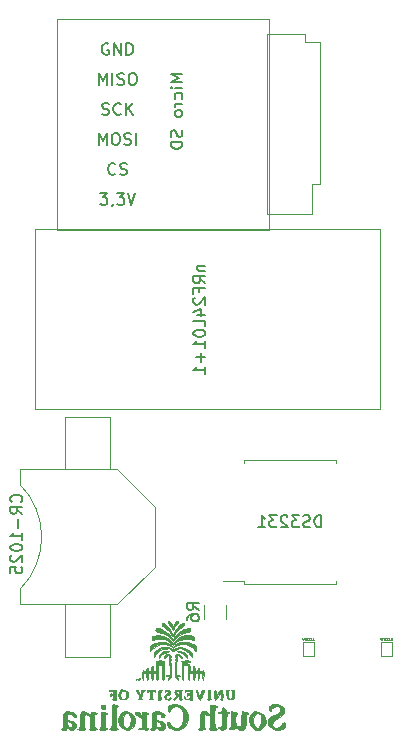
<source format=gbr>
%TF.GenerationSoftware,KiCad,Pcbnew,(5.1.6)-1*%
%TF.CreationDate,2021-01-10T13:28:57-05:00*%
%TF.ProjectId,main_board,6d61696e-5f62-46f6-9172-642e6b696361,rev?*%
%TF.SameCoordinates,Original*%
%TF.FileFunction,Legend,Bot*%
%TF.FilePolarity,Positive*%
%FSLAX46Y46*%
G04 Gerber Fmt 4.6, Leading zero omitted, Abs format (unit mm)*
G04 Created by KiCad (PCBNEW (5.1.6)-1) date 2021-01-10 13:28:57*
%MOMM*%
%LPD*%
G01*
G04 APERTURE LIST*
%ADD10C,0.150000*%
%ADD11C,0.010000*%
%ADD12C,0.050000*%
%ADD13C,0.120000*%
G04 APERTURE END LIST*
D10*
X167742857Y-127452380D02*
X167742857Y-126452380D01*
X167504761Y-126452380D01*
X167361904Y-126500000D01*
X167266666Y-126595238D01*
X167219047Y-126690476D01*
X167171428Y-126880952D01*
X167171428Y-127023809D01*
X167219047Y-127214285D01*
X167266666Y-127309523D01*
X167361904Y-127404761D01*
X167504761Y-127452380D01*
X167742857Y-127452380D01*
X166790476Y-127404761D02*
X166647619Y-127452380D01*
X166409523Y-127452380D01*
X166314285Y-127404761D01*
X166266666Y-127357142D01*
X166219047Y-127261904D01*
X166219047Y-127166666D01*
X166266666Y-127071428D01*
X166314285Y-127023809D01*
X166409523Y-126976190D01*
X166600000Y-126928571D01*
X166695238Y-126880952D01*
X166742857Y-126833333D01*
X166790476Y-126738095D01*
X166790476Y-126642857D01*
X166742857Y-126547619D01*
X166695238Y-126500000D01*
X166600000Y-126452380D01*
X166361904Y-126452380D01*
X166219047Y-126500000D01*
X165885714Y-126452380D02*
X165266666Y-126452380D01*
X165600000Y-126833333D01*
X165457142Y-126833333D01*
X165361904Y-126880952D01*
X165314285Y-126928571D01*
X165266666Y-127023809D01*
X165266666Y-127261904D01*
X165314285Y-127357142D01*
X165361904Y-127404761D01*
X165457142Y-127452380D01*
X165742857Y-127452380D01*
X165838095Y-127404761D01*
X165885714Y-127357142D01*
X164885714Y-126547619D02*
X164838095Y-126500000D01*
X164742857Y-126452380D01*
X164504761Y-126452380D01*
X164409523Y-126500000D01*
X164361904Y-126547619D01*
X164314285Y-126642857D01*
X164314285Y-126738095D01*
X164361904Y-126880952D01*
X164933333Y-127452380D01*
X164314285Y-127452380D01*
X163980952Y-126452380D02*
X163361904Y-126452380D01*
X163695238Y-126833333D01*
X163552380Y-126833333D01*
X163457142Y-126880952D01*
X163409523Y-126928571D01*
X163361904Y-127023809D01*
X163361904Y-127261904D01*
X163409523Y-127357142D01*
X163457142Y-127404761D01*
X163552380Y-127452380D01*
X163838095Y-127452380D01*
X163933333Y-127404761D01*
X163980952Y-127357142D01*
X162409523Y-127452380D02*
X162980952Y-127452380D01*
X162695238Y-127452380D02*
X162695238Y-126452380D01*
X162790476Y-126595238D01*
X162885714Y-126690476D01*
X162980952Y-126738095D01*
D11*
%TO.C,G\u002A\u002A\u002A*%
G36*
X163503720Y-142493753D02*
G01*
X163399442Y-142547343D01*
X163351551Y-142617538D01*
X163338587Y-142742147D01*
X163338289Y-142785225D01*
X163357295Y-142932781D01*
X163403556Y-143007998D01*
X163460937Y-143002550D01*
X163513302Y-142908110D01*
X163521292Y-142879666D01*
X163600961Y-142739226D01*
X163739422Y-142642490D01*
X163906252Y-142596606D01*
X164071031Y-142608723D01*
X164203338Y-142685990D01*
X164226184Y-142714023D01*
X164292533Y-142856979D01*
X164276195Y-142987665D01*
X164172217Y-143113004D01*
X163975650Y-143239916D01*
X163784553Y-143331536D01*
X163528413Y-143461737D01*
X163360366Y-143594150D01*
X163267438Y-143743181D01*
X163236652Y-143923238D01*
X163236485Y-143940045D01*
X163259664Y-144131268D01*
X163339322Y-144274097D01*
X163356746Y-144293747D01*
X163588002Y-144477287D01*
X163858733Y-144585821D01*
X164142423Y-144612302D01*
X164375424Y-144564488D01*
X164529053Y-144501139D01*
X164613549Y-144433709D01*
X164657009Y-144327940D01*
X164681280Y-144191575D01*
X164697271Y-144056521D01*
X164682773Y-143993916D01*
X164625583Y-143976060D01*
X164585985Y-143975242D01*
X164481882Y-144002674D01*
X164458128Y-144055510D01*
X164424239Y-144140253D01*
X164339852Y-144252346D01*
X164309339Y-144284568D01*
X164141338Y-144400921D01*
X163964157Y-144441935D01*
X163800057Y-144413510D01*
X163671301Y-144321548D01*
X163600150Y-144171949D01*
X163592798Y-144094636D01*
X163627084Y-143946947D01*
X163736539Y-143813534D01*
X163931060Y-143684820D01*
X164102329Y-143601569D01*
X164365093Y-143459192D01*
X164532842Y-143305408D01*
X164612280Y-143133008D01*
X164621014Y-143043750D01*
X164597456Y-142851593D01*
X164515001Y-142708570D01*
X164355977Y-142589646D01*
X164268109Y-142543770D01*
X163968930Y-142442791D01*
X163686283Y-142440553D01*
X163503720Y-142493753D01*
G37*
X163503720Y-142493753D02*
X163399442Y-142547343D01*
X163351551Y-142617538D01*
X163338587Y-142742147D01*
X163338289Y-142785225D01*
X163357295Y-142932781D01*
X163403556Y-143007998D01*
X163460937Y-143002550D01*
X163513302Y-142908110D01*
X163521292Y-142879666D01*
X163600961Y-142739226D01*
X163739422Y-142642490D01*
X163906252Y-142596606D01*
X164071031Y-142608723D01*
X164203338Y-142685990D01*
X164226184Y-142714023D01*
X164292533Y-142856979D01*
X164276195Y-142987665D01*
X164172217Y-143113004D01*
X163975650Y-143239916D01*
X163784553Y-143331536D01*
X163528413Y-143461737D01*
X163360366Y-143594150D01*
X163267438Y-143743181D01*
X163236652Y-143923238D01*
X163236485Y-143940045D01*
X163259664Y-144131268D01*
X163339322Y-144274097D01*
X163356746Y-144293747D01*
X163588002Y-144477287D01*
X163858733Y-144585821D01*
X164142423Y-144612302D01*
X164375424Y-144564488D01*
X164529053Y-144501139D01*
X164613549Y-144433709D01*
X164657009Y-144327940D01*
X164681280Y-144191575D01*
X164697271Y-144056521D01*
X164682773Y-143993916D01*
X164625583Y-143976060D01*
X164585985Y-143975242D01*
X164481882Y-144002674D01*
X164458128Y-144055510D01*
X164424239Y-144140253D01*
X164339852Y-144252346D01*
X164309339Y-144284568D01*
X164141338Y-144400921D01*
X163964157Y-144441935D01*
X163800057Y-144413510D01*
X163671301Y-144321548D01*
X163600150Y-144171949D01*
X163592798Y-144094636D01*
X163627084Y-143946947D01*
X163736539Y-143813534D01*
X163931060Y-143684820D01*
X164102329Y-143601569D01*
X164365093Y-143459192D01*
X164532842Y-143305408D01*
X164612280Y-143133008D01*
X164621014Y-143043750D01*
X164597456Y-142851593D01*
X164515001Y-142708570D01*
X164355977Y-142589646D01*
X164268109Y-142543770D01*
X163968930Y-142442791D01*
X163686283Y-142440553D01*
X163503720Y-142493753D01*
G36*
X161970045Y-143120116D02*
G01*
X161795744Y-143291029D01*
X161722157Y-143413382D01*
X161629137Y-143658151D01*
X161619628Y-143881191D01*
X161693169Y-144118325D01*
X161712511Y-144159760D01*
X161811628Y-144317348D01*
X161950436Y-144435188D01*
X162078818Y-144506693D01*
X162264432Y-144592401D01*
X162397466Y-144628201D01*
X162512802Y-144616279D01*
X162645323Y-144558821D01*
X162673427Y-144543954D01*
X162861973Y-144387357D01*
X162984509Y-144162990D01*
X163032505Y-143887108D01*
X163032878Y-143858979D01*
X163013904Y-143729233D01*
X162676565Y-143729233D01*
X162654776Y-143991178D01*
X162595310Y-144207782D01*
X162507020Y-144367976D01*
X162398760Y-144460691D01*
X162279383Y-144474860D01*
X162157742Y-144399415D01*
X162148444Y-144389470D01*
X162038919Y-144200182D01*
X161987393Y-143960983D01*
X161993765Y-143705561D01*
X162057933Y-143467602D01*
X162151689Y-143311401D01*
X162290517Y-143195315D01*
X162421607Y-143173128D01*
X162535059Y-143236957D01*
X162620971Y-143378921D01*
X162669442Y-143591138D01*
X162676565Y-143729233D01*
X163013904Y-143729233D01*
X162990018Y-143565903D01*
X162863491Y-143330093D01*
X162656374Y-143155528D01*
X162412426Y-143056416D01*
X162178623Y-143040351D01*
X161970045Y-143120116D01*
G37*
X161970045Y-143120116D02*
X161795744Y-143291029D01*
X161722157Y-143413382D01*
X161629137Y-143658151D01*
X161619628Y-143881191D01*
X161693169Y-144118325D01*
X161712511Y-144159760D01*
X161811628Y-144317348D01*
X161950436Y-144435188D01*
X162078818Y-144506693D01*
X162264432Y-144592401D01*
X162397466Y-144628201D01*
X162512802Y-144616279D01*
X162645323Y-144558821D01*
X162673427Y-144543954D01*
X162861973Y-144387357D01*
X162984509Y-144162990D01*
X163032505Y-143887108D01*
X163032878Y-143858979D01*
X163013904Y-143729233D01*
X162676565Y-143729233D01*
X162654776Y-143991178D01*
X162595310Y-144207782D01*
X162507020Y-144367976D01*
X162398760Y-144460691D01*
X162279383Y-144474860D01*
X162157742Y-144399415D01*
X162148444Y-144389470D01*
X162038919Y-144200182D01*
X161987393Y-143960983D01*
X161993765Y-143705561D01*
X162057933Y-143467602D01*
X162151689Y-143311401D01*
X162290517Y-143195315D01*
X162421607Y-143173128D01*
X162535059Y-143236957D01*
X162620971Y-143378921D01*
X162669442Y-143591138D01*
X162676565Y-143729233D01*
X163013904Y-143729233D01*
X162990018Y-143565903D01*
X162863491Y-143330093D01*
X162656374Y-143155528D01*
X162412426Y-143056416D01*
X162178623Y-143040351D01*
X161970045Y-143120116D01*
G36*
X160131475Y-143686986D02*
G01*
X160130246Y-143954459D01*
X160124808Y-144138092D01*
X160112532Y-144255834D01*
X160090791Y-144325636D01*
X160056958Y-144365449D01*
X160029672Y-144382457D01*
X159941358Y-144449384D01*
X159952368Y-144503739D01*
X160063562Y-144546944D01*
X160137774Y-144561677D01*
X160294168Y-144573716D01*
X160386982Y-144533008D01*
X160447041Y-144424904D01*
X160451462Y-144412599D01*
X160499819Y-144409925D01*
X160606803Y-144452392D01*
X160698545Y-144501677D01*
X160848818Y-144586047D01*
X160947739Y-144623700D01*
X161030551Y-144621447D01*
X161132497Y-144586096D01*
X161133458Y-144585708D01*
X161224907Y-144531239D01*
X161287893Y-144443045D01*
X161327122Y-144304310D01*
X161347295Y-144098222D01*
X161353116Y-143807965D01*
X161353118Y-143800432D01*
X161354380Y-143561121D01*
X161360430Y-143405660D01*
X161374665Y-143316103D01*
X161400482Y-143274506D01*
X161441276Y-143262926D01*
X161454922Y-143262617D01*
X161539542Y-143236409D01*
X161553648Y-143179749D01*
X161518549Y-143143323D01*
X161449101Y-143122406D01*
X161316610Y-143096196D01*
X161240201Y-143083879D01*
X161000028Y-143047934D01*
X160985692Y-143677019D01*
X160979045Y-143938990D01*
X160970817Y-144116357D01*
X160957380Y-144226295D01*
X160935109Y-144285983D01*
X160900377Y-144312598D01*
X160849556Y-144323319D01*
X160849229Y-144323365D01*
X160708617Y-144312666D01*
X160607446Y-144276587D01*
X160551277Y-144239799D01*
X160516108Y-144187877D01*
X160497059Y-144098834D01*
X160489246Y-143950682D01*
X160487788Y-143737583D01*
X160490598Y-143509423D01*
X160500871Y-143365781D01*
X160521367Y-143289479D01*
X160554848Y-143263341D01*
X160564141Y-143262617D01*
X160632729Y-143230326D01*
X160626071Y-143165609D01*
X160597462Y-143140226D01*
X160523589Y-143116067D01*
X160391392Y-143088062D01*
X160342953Y-143079815D01*
X160131475Y-143045998D01*
X160131475Y-143686986D01*
G37*
X160131475Y-143686986D02*
X160130246Y-143954459D01*
X160124808Y-144138092D01*
X160112532Y-144255834D01*
X160090791Y-144325636D01*
X160056958Y-144365449D01*
X160029672Y-144382457D01*
X159941358Y-144449384D01*
X159952368Y-144503739D01*
X160063562Y-144546944D01*
X160137774Y-144561677D01*
X160294168Y-144573716D01*
X160386982Y-144533008D01*
X160447041Y-144424904D01*
X160451462Y-144412599D01*
X160499819Y-144409925D01*
X160606803Y-144452392D01*
X160698545Y-144501677D01*
X160848818Y-144586047D01*
X160947739Y-144623700D01*
X161030551Y-144621447D01*
X161132497Y-144586096D01*
X161133458Y-144585708D01*
X161224907Y-144531239D01*
X161287893Y-144443045D01*
X161327122Y-144304310D01*
X161347295Y-144098222D01*
X161353116Y-143807965D01*
X161353118Y-143800432D01*
X161354380Y-143561121D01*
X161360430Y-143405660D01*
X161374665Y-143316103D01*
X161400482Y-143274506D01*
X161441276Y-143262926D01*
X161454922Y-143262617D01*
X161539542Y-143236409D01*
X161553648Y-143179749D01*
X161518549Y-143143323D01*
X161449101Y-143122406D01*
X161316610Y-143096196D01*
X161240201Y-143083879D01*
X161000028Y-143047934D01*
X160985692Y-143677019D01*
X160979045Y-143938990D01*
X160970817Y-144116357D01*
X160957380Y-144226295D01*
X160935109Y-144285983D01*
X160900377Y-144312598D01*
X160849556Y-144323319D01*
X160849229Y-144323365D01*
X160708617Y-144312666D01*
X160607446Y-144276587D01*
X160551277Y-144239799D01*
X160516108Y-144187877D01*
X160497059Y-144098834D01*
X160489246Y-143950682D01*
X160487788Y-143737583D01*
X160490598Y-143509423D01*
X160500871Y-143365781D01*
X160521367Y-143289479D01*
X160554848Y-143263341D01*
X160564141Y-143262617D01*
X160632729Y-143230326D01*
X160626071Y-143165609D01*
X160597462Y-143140226D01*
X160523589Y-143116067D01*
X160391392Y-143088062D01*
X160342953Y-143079815D01*
X160131475Y-143045998D01*
X160131475Y-143686986D01*
G36*
X159386819Y-142748066D02*
G01*
X159368200Y-142863389D01*
X159367948Y-142880853D01*
X159360068Y-143000259D01*
X159315612Y-143049229D01*
X159203352Y-143058987D01*
X159189792Y-143059010D01*
X159058024Y-143075567D01*
X159011958Y-143128408D01*
X159011635Y-143135362D01*
X159050269Y-143191834D01*
X159173566Y-143211577D01*
X159189792Y-143211715D01*
X159367948Y-143211715D01*
X159367948Y-143739951D01*
X159361807Y-144020238D01*
X159340097Y-144211446D01*
X159297892Y-144325741D01*
X159230266Y-144375292D01*
X159132290Y-144372266D01*
X159113710Y-144367779D01*
X159029335Y-144367532D01*
X159013131Y-144414581D01*
X159059385Y-144486185D01*
X159161813Y-144559306D01*
X159288200Y-144618503D01*
X159376120Y-144629302D01*
X159475751Y-144593369D01*
X159520391Y-144571215D01*
X159595396Y-144517877D01*
X159648706Y-144435088D01*
X159684071Y-144306488D01*
X159705243Y-144115713D01*
X159715970Y-143846404D01*
X159718238Y-143708008D01*
X159722530Y-143479669D01*
X159731403Y-143334501D01*
X159748905Y-143253874D01*
X159779084Y-143219156D01*
X159825987Y-143211715D01*
X159826064Y-143211715D01*
X159912772Y-143189262D01*
X159915762Y-143136559D01*
X159838699Y-143075589D01*
X159800613Y-143059010D01*
X159705948Y-142999765D01*
X159673359Y-142940904D01*
X159634078Y-142849905D01*
X159544381Y-142757602D01*
X159446488Y-142704911D01*
X159427567Y-142702697D01*
X159386819Y-142748066D01*
G37*
X159386819Y-142748066D02*
X159368200Y-142863389D01*
X159367948Y-142880853D01*
X159360068Y-143000259D01*
X159315612Y-143049229D01*
X159203352Y-143058987D01*
X159189792Y-143059010D01*
X159058024Y-143075567D01*
X159011958Y-143128408D01*
X159011635Y-143135362D01*
X159050269Y-143191834D01*
X159173566Y-143211577D01*
X159189792Y-143211715D01*
X159367948Y-143211715D01*
X159367948Y-143739951D01*
X159361807Y-144020238D01*
X159340097Y-144211446D01*
X159297892Y-144325741D01*
X159230266Y-144375292D01*
X159132290Y-144372266D01*
X159113710Y-144367779D01*
X159029335Y-144367532D01*
X159013131Y-144414581D01*
X159059385Y-144486185D01*
X159161813Y-144559306D01*
X159288200Y-144618503D01*
X159376120Y-144629302D01*
X159475751Y-144593369D01*
X159520391Y-144571215D01*
X159595396Y-144517877D01*
X159648706Y-144435088D01*
X159684071Y-144306488D01*
X159705243Y-144115713D01*
X159715970Y-143846404D01*
X159718238Y-143708008D01*
X159722530Y-143479669D01*
X159731403Y-143334501D01*
X159748905Y-143253874D01*
X159779084Y-143219156D01*
X159825987Y-143211715D01*
X159826064Y-143211715D01*
X159912772Y-143189262D01*
X159915762Y-143136559D01*
X159838699Y-143075589D01*
X159800613Y-143059010D01*
X159705948Y-142999765D01*
X159673359Y-142940904D01*
X159634078Y-142849905D01*
X159544381Y-142757602D01*
X159446488Y-142704911D01*
X159427567Y-142702697D01*
X159386819Y-142748066D01*
G36*
X155163076Y-142448155D02*
G01*
X154926766Y-142521164D01*
X154806734Y-142587662D01*
X154751570Y-142660677D01*
X154736373Y-142781248D01*
X154735884Y-142835751D01*
X154743382Y-142977511D01*
X154773167Y-143043466D01*
X154832169Y-143059010D01*
X154922487Y-143012980D01*
X154960040Y-142933164D01*
X155052136Y-142751923D01*
X155216336Y-142639595D01*
X155445733Y-142600894D01*
X155446781Y-142600893D01*
X155682595Y-142635042D01*
X155858160Y-142740730D01*
X155976884Y-142922821D01*
X156042173Y-143186179D01*
X156058213Y-143473917D01*
X156028488Y-143830721D01*
X155942458Y-144106567D01*
X155801288Y-144299697D01*
X155606140Y-144408355D01*
X155423058Y-144433358D01*
X155197529Y-144397601D01*
X155038208Y-144286677D01*
X154939439Y-144102339D01*
X154870101Y-143966623D01*
X154782237Y-143924340D01*
X154722142Y-143936384D01*
X154701397Y-143990284D01*
X154711825Y-144112696D01*
X154715878Y-144140673D01*
X154754083Y-144299581D01*
X154826899Y-144408954D01*
X154956472Y-144489615D01*
X155164178Y-144562157D01*
X155380827Y-144616451D01*
X155548225Y-144628181D01*
X155709166Y-144598277D01*
X155779371Y-144575550D01*
X156059501Y-144427458D01*
X156272089Y-144208143D01*
X156409897Y-143928401D01*
X156465691Y-143599026D01*
X156466545Y-143550322D01*
X156454106Y-143354983D01*
X156422298Y-143174360D01*
X156397319Y-143095551D01*
X156242026Y-142848888D01*
X156018286Y-142651962D01*
X155748768Y-142513629D01*
X155456142Y-142442741D01*
X155163076Y-142448155D01*
G37*
X155163076Y-142448155D02*
X154926766Y-142521164D01*
X154806734Y-142587662D01*
X154751570Y-142660677D01*
X154736373Y-142781248D01*
X154735884Y-142835751D01*
X154743382Y-142977511D01*
X154773167Y-143043466D01*
X154832169Y-143059010D01*
X154922487Y-143012980D01*
X154960040Y-142933164D01*
X155052136Y-142751923D01*
X155216336Y-142639595D01*
X155445733Y-142600894D01*
X155446781Y-142600893D01*
X155682595Y-142635042D01*
X155858160Y-142740730D01*
X155976884Y-142922821D01*
X156042173Y-143186179D01*
X156058213Y-143473917D01*
X156028488Y-143830721D01*
X155942458Y-144106567D01*
X155801288Y-144299697D01*
X155606140Y-144408355D01*
X155423058Y-144433358D01*
X155197529Y-144397601D01*
X155038208Y-144286677D01*
X154939439Y-144102339D01*
X154870101Y-143966623D01*
X154782237Y-143924340D01*
X154722142Y-143936384D01*
X154701397Y-143990284D01*
X154711825Y-144112696D01*
X154715878Y-144140673D01*
X154754083Y-144299581D01*
X154826899Y-144408954D01*
X154956472Y-144489615D01*
X155164178Y-144562157D01*
X155380827Y-144616451D01*
X155548225Y-144628181D01*
X155709166Y-144598277D01*
X155779371Y-144575550D01*
X156059501Y-144427458D01*
X156272089Y-144208143D01*
X156409897Y-143928401D01*
X156465691Y-143599026D01*
X156466545Y-143550322D01*
X156454106Y-143354983D01*
X156422298Y-143174360D01*
X156397319Y-143095551D01*
X156242026Y-142848888D01*
X156018286Y-142651962D01*
X155748768Y-142513629D01*
X155456142Y-142442741D01*
X155163076Y-142448155D01*
G36*
X153732036Y-143032522D02*
G01*
X153606991Y-143069449D01*
X153518662Y-143136400D01*
X153461081Y-143248908D01*
X153428279Y-143422503D01*
X153414287Y-143672715D01*
X153412437Y-143864079D01*
X153411149Y-144115039D01*
X153405249Y-144282350D01*
X153391688Y-144384154D01*
X153367416Y-144438591D01*
X153329380Y-144463806D01*
X153310633Y-144469511D01*
X153221110Y-144509430D01*
X153227699Y-144551204D01*
X153325157Y-144587168D01*
X153399712Y-144599734D01*
X153574521Y-144592195D01*
X153687022Y-144509619D01*
X153732006Y-144416336D01*
X153778160Y-144411606D01*
X153874508Y-144461077D01*
X153929528Y-144499907D01*
X154057627Y-144590863D01*
X154145818Y-144626150D01*
X154231313Y-144616554D01*
X154277768Y-144600854D01*
X154438966Y-144496097D01*
X154522944Y-144338728D01*
X154531497Y-144260038D01*
X154520676Y-144155238D01*
X154206822Y-144155238D01*
X154196395Y-144274175D01*
X154173937Y-144308547D01*
X154062531Y-144376956D01*
X153915107Y-144352752D01*
X153867207Y-144329764D01*
X153795798Y-144254713D01*
X153769513Y-144115898D01*
X153768750Y-144075255D01*
X153771934Y-143941485D01*
X153798143Y-143886548D01*
X153872366Y-143896047D01*
X153994538Y-143945144D01*
X154135604Y-144037596D01*
X154206822Y-144155238D01*
X154520676Y-144155238D01*
X154516774Y-144117459D01*
X154461702Y-144015499D01*
X154347416Y-143935350D01*
X154155054Y-143858206D01*
X154114742Y-143844542D01*
X153794201Y-143737516D01*
X153794201Y-143237166D01*
X153972357Y-143237166D01*
X154094512Y-143247634D01*
X154149065Y-143295074D01*
X154166620Y-143377146D01*
X154195846Y-143478687D01*
X154273743Y-143514517D01*
X154332051Y-143517126D01*
X154439581Y-143502721D01*
X154478217Y-143441845D01*
X154481375Y-143389230D01*
X154465964Y-143310195D01*
X154405848Y-143244435D01*
X154280202Y-143173622D01*
X154188690Y-143131652D01*
X153963924Y-143048665D01*
X153791734Y-143025963D01*
X153732036Y-143032522D01*
G37*
X153732036Y-143032522D02*
X153606991Y-143069449D01*
X153518662Y-143136400D01*
X153461081Y-143248908D01*
X153428279Y-143422503D01*
X153414287Y-143672715D01*
X153412437Y-143864079D01*
X153411149Y-144115039D01*
X153405249Y-144282350D01*
X153391688Y-144384154D01*
X153367416Y-144438591D01*
X153329380Y-144463806D01*
X153310633Y-144469511D01*
X153221110Y-144509430D01*
X153227699Y-144551204D01*
X153325157Y-144587168D01*
X153399712Y-144599734D01*
X153574521Y-144592195D01*
X153687022Y-144509619D01*
X153732006Y-144416336D01*
X153778160Y-144411606D01*
X153874508Y-144461077D01*
X153929528Y-144499907D01*
X154057627Y-144590863D01*
X154145818Y-144626150D01*
X154231313Y-144616554D01*
X154277768Y-144600854D01*
X154438966Y-144496097D01*
X154522944Y-144338728D01*
X154531497Y-144260038D01*
X154520676Y-144155238D01*
X154206822Y-144155238D01*
X154196395Y-144274175D01*
X154173937Y-144308547D01*
X154062531Y-144376956D01*
X153915107Y-144352752D01*
X153867207Y-144329764D01*
X153795798Y-144254713D01*
X153769513Y-144115898D01*
X153768750Y-144075255D01*
X153771934Y-143941485D01*
X153798143Y-143886548D01*
X153872366Y-143896047D01*
X153994538Y-143945144D01*
X154135604Y-144037596D01*
X154206822Y-144155238D01*
X154520676Y-144155238D01*
X154516774Y-144117459D01*
X154461702Y-144015499D01*
X154347416Y-143935350D01*
X154155054Y-143858206D01*
X154114742Y-143844542D01*
X153794201Y-143737516D01*
X153794201Y-143237166D01*
X153972357Y-143237166D01*
X154094512Y-143247634D01*
X154149065Y-143295074D01*
X154166620Y-143377146D01*
X154195846Y-143478687D01*
X154273743Y-143514517D01*
X154332051Y-143517126D01*
X154439581Y-143502721D01*
X154478217Y-143441845D01*
X154481375Y-143389230D01*
X154465964Y-143310195D01*
X154405848Y-143244435D01*
X154280202Y-143173622D01*
X154188690Y-143131652D01*
X153963924Y-143048665D01*
X153791734Y-143025963D01*
X153732036Y-143032522D01*
G36*
X151100108Y-143028699D02*
G01*
X150992633Y-143074662D01*
X150958831Y-143093948D01*
X150816393Y-143204323D01*
X150686676Y-143346724D01*
X150672133Y-143367173D01*
X150601241Y-143492647D01*
X150570656Y-143621586D01*
X150571023Y-143798436D01*
X150573454Y-143835946D01*
X150622303Y-144107331D01*
X150732805Y-144309051D01*
X150916500Y-144460060D01*
X150972036Y-144490491D01*
X151186594Y-144583691D01*
X151355824Y-144612319D01*
X151510552Y-144579364D01*
X151576354Y-144549058D01*
X151791825Y-144384753D01*
X151929451Y-144160890D01*
X151984263Y-143889000D01*
X151979166Y-143823155D01*
X151629860Y-143823155D01*
X151593018Y-144049677D01*
X151553981Y-144162542D01*
X151444384Y-144357964D01*
X151321314Y-144458978D01*
X151190300Y-144463021D01*
X151073793Y-144385296D01*
X150979067Y-144232749D01*
X150930652Y-144030334D01*
X150925257Y-143803953D01*
X150959590Y-143579507D01*
X151030358Y-143382896D01*
X151134270Y-143240022D01*
X151226291Y-143185429D01*
X151364810Y-143185667D01*
X151480596Y-143267956D01*
X151567480Y-143413898D01*
X151619291Y-143605097D01*
X151629860Y-143823155D01*
X151979166Y-143823155D01*
X151965487Y-143646474D01*
X151880880Y-143444734D01*
X151719726Y-143260606D01*
X151507071Y-143118284D01*
X151359979Y-143061548D01*
X151206438Y-143025629D01*
X151100108Y-143028699D01*
G37*
X151100108Y-143028699D02*
X150992633Y-143074662D01*
X150958831Y-143093948D01*
X150816393Y-143204323D01*
X150686676Y-143346724D01*
X150672133Y-143367173D01*
X150601241Y-143492647D01*
X150570656Y-143621586D01*
X150571023Y-143798436D01*
X150573454Y-143835946D01*
X150622303Y-144107331D01*
X150732805Y-144309051D01*
X150916500Y-144460060D01*
X150972036Y-144490491D01*
X151186594Y-144583691D01*
X151355824Y-144612319D01*
X151510552Y-144579364D01*
X151576354Y-144549058D01*
X151791825Y-144384753D01*
X151929451Y-144160890D01*
X151984263Y-143889000D01*
X151979166Y-143823155D01*
X151629860Y-143823155D01*
X151593018Y-144049677D01*
X151553981Y-144162542D01*
X151444384Y-144357964D01*
X151321314Y-144458978D01*
X151190300Y-144463021D01*
X151073793Y-144385296D01*
X150979067Y-144232749D01*
X150930652Y-144030334D01*
X150925257Y-143803953D01*
X150959590Y-143579507D01*
X151030358Y-143382896D01*
X151134270Y-143240022D01*
X151226291Y-143185429D01*
X151364810Y-143185667D01*
X151480596Y-143267956D01*
X151567480Y-143413898D01*
X151619291Y-143605097D01*
X151629860Y-143823155D01*
X151979166Y-143823155D01*
X151965487Y-143646474D01*
X151880880Y-143444734D01*
X151719726Y-143260606D01*
X151507071Y-143118284D01*
X151359979Y-143061548D01*
X151206438Y-143025629D01*
X151100108Y-143028699D01*
G36*
X146227060Y-143027691D02*
G01*
X146172685Y-143040531D01*
X146056704Y-143090105D01*
X145974955Y-143171988D01*
X145921990Y-143301991D01*
X145892360Y-143495928D01*
X145880618Y-143769612D01*
X145879721Y-143890929D01*
X145877970Y-144135141D01*
X145871314Y-144296166D01*
X145856455Y-144392607D01*
X145830095Y-144443068D01*
X145788937Y-144466153D01*
X145777167Y-144469511D01*
X145687954Y-144515344D01*
X145692072Y-144563367D01*
X145786604Y-144586724D01*
X145789892Y-144586759D01*
X145938233Y-144601258D01*
X146016642Y-144617543D01*
X146105437Y-144619905D01*
X146152865Y-144548075D01*
X146162140Y-144515044D01*
X146191275Y-144421226D01*
X146231254Y-144392173D01*
X146306084Y-144427385D01*
X146417964Y-144509711D01*
X146541746Y-144598180D01*
X146627163Y-144629199D01*
X146714956Y-144609399D01*
X146795203Y-144571098D01*
X146943138Y-144450213D01*
X147015362Y-144290106D01*
X147003369Y-144148487D01*
X146693399Y-144148487D01*
X146659284Y-144300972D01*
X146564539Y-144375769D01*
X146420564Y-144367133D01*
X146333740Y-144329764D01*
X146274964Y-144258038D01*
X146239568Y-144141017D01*
X146230266Y-144014249D01*
X146249773Y-143913285D01*
X146298910Y-143873629D01*
X146398957Y-143902299D01*
X146521064Y-143971428D01*
X146629884Y-144056388D01*
X146690072Y-144132553D01*
X146693399Y-144148487D01*
X147003369Y-144148487D01*
X147000810Y-144118274D01*
X146988862Y-144089771D01*
X146924760Y-144000285D01*
X146813662Y-143927460D01*
X146630902Y-143855980D01*
X146591595Y-143843074D01*
X146260734Y-143736356D01*
X146260734Y-143237166D01*
X146436595Y-143237166D01*
X146562188Y-143250641D01*
X146622956Y-143305528D01*
X146642203Y-143364420D01*
X146691280Y-143461032D01*
X146798697Y-143503084D01*
X146835379Y-143507625D01*
X146948368Y-143508779D01*
X146992493Y-143467889D01*
X146998810Y-143398824D01*
X146984479Y-143325687D01*
X146928287Y-143263685D01*
X146810437Y-143196931D01*
X146668331Y-143133616D01*
X146474632Y-143057819D01*
X146338261Y-143024524D01*
X146227060Y-143027691D01*
G37*
X146227060Y-143027691D02*
X146172685Y-143040531D01*
X146056704Y-143090105D01*
X145974955Y-143171988D01*
X145921990Y-143301991D01*
X145892360Y-143495928D01*
X145880618Y-143769612D01*
X145879721Y-143890929D01*
X145877970Y-144135141D01*
X145871314Y-144296166D01*
X145856455Y-144392607D01*
X145830095Y-144443068D01*
X145788937Y-144466153D01*
X145777167Y-144469511D01*
X145687954Y-144515344D01*
X145692072Y-144563367D01*
X145786604Y-144586724D01*
X145789892Y-144586759D01*
X145938233Y-144601258D01*
X146016642Y-144617543D01*
X146105437Y-144619905D01*
X146152865Y-144548075D01*
X146162140Y-144515044D01*
X146191275Y-144421226D01*
X146231254Y-144392173D01*
X146306084Y-144427385D01*
X146417964Y-144509711D01*
X146541746Y-144598180D01*
X146627163Y-144629199D01*
X146714956Y-144609399D01*
X146795203Y-144571098D01*
X146943138Y-144450213D01*
X147015362Y-144290106D01*
X147003369Y-144148487D01*
X146693399Y-144148487D01*
X146659284Y-144300972D01*
X146564539Y-144375769D01*
X146420564Y-144367133D01*
X146333740Y-144329764D01*
X146274964Y-144258038D01*
X146239568Y-144141017D01*
X146230266Y-144014249D01*
X146249773Y-143913285D01*
X146298910Y-143873629D01*
X146398957Y-143902299D01*
X146521064Y-143971428D01*
X146629884Y-144056388D01*
X146690072Y-144132553D01*
X146693399Y-144148487D01*
X147003369Y-144148487D01*
X147000810Y-144118274D01*
X146988862Y-144089771D01*
X146924760Y-144000285D01*
X146813662Y-143927460D01*
X146630902Y-143855980D01*
X146591595Y-143843074D01*
X146260734Y-143736356D01*
X146260734Y-143237166D01*
X146436595Y-143237166D01*
X146562188Y-143250641D01*
X146622956Y-143305528D01*
X146642203Y-143364420D01*
X146691280Y-143461032D01*
X146798697Y-143503084D01*
X146835379Y-143507625D01*
X146948368Y-143508779D01*
X146992493Y-143467889D01*
X146998810Y-143398824D01*
X146984479Y-143325687D01*
X146928287Y-143263685D01*
X146810437Y-143196931D01*
X146668331Y-143133616D01*
X146474632Y-143057819D01*
X146338261Y-143024524D01*
X146227060Y-143027691D01*
G36*
X158404975Y-142472085D02*
G01*
X158398203Y-142475253D01*
X158374857Y-142537196D01*
X158357715Y-142673242D01*
X158350044Y-142855735D01*
X158349912Y-142883857D01*
X158346637Y-143065553D01*
X158337979Y-143199651D01*
X158325689Y-143261173D01*
X158323370Y-143262617D01*
X158268853Y-143236922D01*
X158160872Y-143171767D01*
X158097397Y-143130640D01*
X157908255Y-143043722D01*
X157732159Y-143030897D01*
X157592215Y-143090893D01*
X157535060Y-143161604D01*
X157514808Y-143248690D01*
X157498431Y-143412845D01*
X157487771Y-143629355D01*
X157484581Y-143838704D01*
X157483310Y-144090654D01*
X157477481Y-144258889D01*
X157464075Y-144361483D01*
X157440074Y-144416515D01*
X157402456Y-144442059D01*
X157382778Y-144448107D01*
X157300163Y-144492948D01*
X157280974Y-144530397D01*
X157329354Y-144562632D01*
X157465574Y-144581722D01*
X157611836Y-144586064D01*
X157799735Y-144575967D01*
X157915355Y-144548888D01*
X157949563Y-144509649D01*
X157893222Y-144463069D01*
X157866345Y-144451766D01*
X157829756Y-144416960D01*
X157806512Y-144334814D01*
X157794107Y-144187974D01*
X157790039Y-143959082D01*
X157789992Y-143922530D01*
X157796126Y-143640926D01*
X157818762Y-143449728D01*
X157864255Y-143338046D01*
X157938959Y-143294988D01*
X158049227Y-143309665D01*
X158130116Y-143339559D01*
X158250853Y-143388126D01*
X158323970Y-143414009D01*
X158330677Y-143415322D01*
X158338752Y-143462631D01*
X158345157Y-143590190D01*
X158349079Y-143776451D01*
X158349912Y-143924340D01*
X158345073Y-144160805D01*
X158331532Y-144331765D01*
X158310758Y-144422554D01*
X158299010Y-144433358D01*
X158253851Y-144474587D01*
X158248108Y-144509711D01*
X158270197Y-144552538D01*
X158349124Y-144576342D01*
X158503881Y-144585505D01*
X158578970Y-144586064D01*
X158770564Y-144577924D01*
X158884026Y-144555005D01*
X158909832Y-144530397D01*
X158867337Y-144474109D01*
X158808028Y-144448107D01*
X158771244Y-144433412D01*
X158744572Y-144401827D01*
X158726393Y-144338857D01*
X158715088Y-144230006D01*
X158709039Y-144060779D01*
X158706626Y-143816680D01*
X158706225Y-143536640D01*
X158706738Y-143217320D01*
X158709355Y-142985740D01*
X158715694Y-142827840D01*
X158727373Y-142729558D01*
X158746010Y-142676832D01*
X158773223Y-142655600D01*
X158808028Y-142651795D01*
X158890780Y-142632986D01*
X158909832Y-142606936D01*
X158865413Y-142568871D01*
X158756381Y-142527001D01*
X158619073Y-142490678D01*
X158489825Y-142469255D01*
X158404975Y-142472085D01*
G37*
X158404975Y-142472085D02*
X158398203Y-142475253D01*
X158374857Y-142537196D01*
X158357715Y-142673242D01*
X158350044Y-142855735D01*
X158349912Y-142883857D01*
X158346637Y-143065553D01*
X158337979Y-143199651D01*
X158325689Y-143261173D01*
X158323370Y-143262617D01*
X158268853Y-143236922D01*
X158160872Y-143171767D01*
X158097397Y-143130640D01*
X157908255Y-143043722D01*
X157732159Y-143030897D01*
X157592215Y-143090893D01*
X157535060Y-143161604D01*
X157514808Y-143248690D01*
X157498431Y-143412845D01*
X157487771Y-143629355D01*
X157484581Y-143838704D01*
X157483310Y-144090654D01*
X157477481Y-144258889D01*
X157464075Y-144361483D01*
X157440074Y-144416515D01*
X157402456Y-144442059D01*
X157382778Y-144448107D01*
X157300163Y-144492948D01*
X157280974Y-144530397D01*
X157329354Y-144562632D01*
X157465574Y-144581722D01*
X157611836Y-144586064D01*
X157799735Y-144575967D01*
X157915355Y-144548888D01*
X157949563Y-144509649D01*
X157893222Y-144463069D01*
X157866345Y-144451766D01*
X157829756Y-144416960D01*
X157806512Y-144334814D01*
X157794107Y-144187974D01*
X157790039Y-143959082D01*
X157789992Y-143922530D01*
X157796126Y-143640926D01*
X157818762Y-143449728D01*
X157864255Y-143338046D01*
X157938959Y-143294988D01*
X158049227Y-143309665D01*
X158130116Y-143339559D01*
X158250853Y-143388126D01*
X158323970Y-143414009D01*
X158330677Y-143415322D01*
X158338752Y-143462631D01*
X158345157Y-143590190D01*
X158349079Y-143776451D01*
X158349912Y-143924340D01*
X158345073Y-144160805D01*
X158331532Y-144331765D01*
X158310758Y-144422554D01*
X158299010Y-144433358D01*
X158253851Y-144474587D01*
X158248108Y-144509711D01*
X158270197Y-144552538D01*
X158349124Y-144576342D01*
X158503881Y-144585505D01*
X158578970Y-144586064D01*
X158770564Y-144577924D01*
X158884026Y-144555005D01*
X158909832Y-144530397D01*
X158867337Y-144474109D01*
X158808028Y-144448107D01*
X158771244Y-144433412D01*
X158744572Y-144401827D01*
X158726393Y-144338857D01*
X158715088Y-144230006D01*
X158709039Y-144060779D01*
X158706626Y-143816680D01*
X158706225Y-143536640D01*
X158706738Y-143217320D01*
X158709355Y-142985740D01*
X158715694Y-142827840D01*
X158727373Y-142729558D01*
X158746010Y-142676832D01*
X158773223Y-142655600D01*
X158808028Y-142651795D01*
X158890780Y-142632986D01*
X158909832Y-142606936D01*
X158865413Y-142568871D01*
X158756381Y-142527001D01*
X158619073Y-142490678D01*
X158489825Y-142469255D01*
X158404975Y-142472085D01*
G36*
X152019116Y-143081532D02*
G01*
X151987187Y-143131199D01*
X152019863Y-143281789D01*
X152112867Y-143357388D01*
X152165406Y-143364420D01*
X152275172Y-143398056D01*
X152405017Y-143481809D01*
X152439920Y-143512097D01*
X152521009Y-143594568D01*
X152568267Y-143673573D01*
X152590776Y-143779632D01*
X152597620Y-143943268D01*
X152598008Y-144043341D01*
X152598008Y-144426908D01*
X152432577Y-144442859D01*
X152300542Y-144465171D01*
X152260403Y-144493971D01*
X152302886Y-144524427D01*
X152418714Y-144551708D01*
X152598612Y-144570986D01*
X152687086Y-144575397D01*
X152921020Y-144577647D01*
X153059303Y-144564100D01*
X153106934Y-144534246D01*
X153107026Y-144532455D01*
X153064508Y-144474482D01*
X153005223Y-144448107D01*
X152961162Y-144429266D01*
X152932011Y-144388129D01*
X152914725Y-144306565D01*
X152906257Y-144166442D01*
X152903563Y-143949629D01*
X152903419Y-143842051D01*
X152904519Y-143592037D01*
X152909847Y-143426511D01*
X152922443Y-143328164D01*
X152945348Y-143279688D01*
X152981605Y-143263773D01*
X153005223Y-143262617D01*
X153093899Y-143245484D01*
X153097111Y-143203682D01*
X153023404Y-143151604D01*
X152916145Y-143112588D01*
X152747813Y-143071438D01*
X152652802Y-143073695D01*
X152607824Y-143130664D01*
X152589589Y-143253651D01*
X152588210Y-143271780D01*
X152572557Y-143484550D01*
X152425655Y-143271780D01*
X152316224Y-143134929D01*
X152217968Y-143071219D01*
X152132969Y-143059010D01*
X152019116Y-143081532D01*
G37*
X152019116Y-143081532D02*
X151987187Y-143131199D01*
X152019863Y-143281789D01*
X152112867Y-143357388D01*
X152165406Y-143364420D01*
X152275172Y-143398056D01*
X152405017Y-143481809D01*
X152439920Y-143512097D01*
X152521009Y-143594568D01*
X152568267Y-143673573D01*
X152590776Y-143779632D01*
X152597620Y-143943268D01*
X152598008Y-144043341D01*
X152598008Y-144426908D01*
X152432577Y-144442859D01*
X152300542Y-144465171D01*
X152260403Y-144493971D01*
X152302886Y-144524427D01*
X152418714Y-144551708D01*
X152598612Y-144570986D01*
X152687086Y-144575397D01*
X152921020Y-144577647D01*
X153059303Y-144564100D01*
X153106934Y-144534246D01*
X153107026Y-144532455D01*
X153064508Y-144474482D01*
X153005223Y-144448107D01*
X152961162Y-144429266D01*
X152932011Y-144388129D01*
X152914725Y-144306565D01*
X152906257Y-144166442D01*
X152903563Y-143949629D01*
X152903419Y-143842051D01*
X152904519Y-143592037D01*
X152909847Y-143426511D01*
X152922443Y-143328164D01*
X152945348Y-143279688D01*
X152981605Y-143263773D01*
X153005223Y-143262617D01*
X153093899Y-143245484D01*
X153097111Y-143203682D01*
X153023404Y-143151604D01*
X152916145Y-143112588D01*
X152747813Y-143071438D01*
X152652802Y-143073695D01*
X152607824Y-143130664D01*
X152589589Y-143253651D01*
X152588210Y-143271780D01*
X152572557Y-143484550D01*
X152425655Y-143271780D01*
X152316224Y-143134929D01*
X152217968Y-143071219D01*
X152132969Y-143059010D01*
X152019116Y-143081532D01*
G36*
X150090157Y-142458332D02*
G01*
X150045228Y-142503355D01*
X150018754Y-142600915D01*
X150005923Y-142762496D01*
X150001924Y-142999580D01*
X150001945Y-143323651D01*
X150002016Y-143434836D01*
X150001537Y-143775022D01*
X149999183Y-144027096D01*
X149993577Y-144204751D01*
X149983346Y-144321679D01*
X149967112Y-144391569D01*
X149943501Y-144428115D01*
X149911136Y-144445007D01*
X149900213Y-144448107D01*
X149817598Y-144492948D01*
X149798409Y-144530397D01*
X149847160Y-144562106D01*
X149985989Y-144581137D01*
X150154722Y-144586064D01*
X150344496Y-144579049D01*
X150469548Y-144559879D01*
X150511034Y-144533564D01*
X150470357Y-144471579D01*
X150434682Y-144451766D01*
X150406364Y-144426122D01*
X150385811Y-144365111D01*
X150371877Y-144255106D01*
X150363419Y-144082480D01*
X150359290Y-143833607D01*
X150358329Y-143543068D01*
X150358730Y-143224918D01*
X150361161Y-142993840D01*
X150367465Y-142835103D01*
X150379484Y-142733977D01*
X150399062Y-142675728D01*
X150428041Y-142645628D01*
X150468263Y-142628944D01*
X150472858Y-142627483D01*
X150534232Y-142601759D01*
X150522121Y-142576023D01*
X150425829Y-142537806D01*
X150383780Y-142523654D01*
X150254621Y-142479965D01*
X150158351Y-142454363D01*
X150090157Y-142458332D01*
G37*
X150090157Y-142458332D02*
X150045228Y-142503355D01*
X150018754Y-142600915D01*
X150005923Y-142762496D01*
X150001924Y-142999580D01*
X150001945Y-143323651D01*
X150002016Y-143434836D01*
X150001537Y-143775022D01*
X149999183Y-144027096D01*
X149993577Y-144204751D01*
X149983346Y-144321679D01*
X149967112Y-144391569D01*
X149943501Y-144428115D01*
X149911136Y-144445007D01*
X149900213Y-144448107D01*
X149817598Y-144492948D01*
X149798409Y-144530397D01*
X149847160Y-144562106D01*
X149985989Y-144581137D01*
X150154722Y-144586064D01*
X150344496Y-144579049D01*
X150469548Y-144559879D01*
X150511034Y-144533564D01*
X150470357Y-144471579D01*
X150434682Y-144451766D01*
X150406364Y-144426122D01*
X150385811Y-144365111D01*
X150371877Y-144255106D01*
X150363419Y-144082480D01*
X150359290Y-143833607D01*
X150358329Y-143543068D01*
X150358730Y-143224918D01*
X150361161Y-142993840D01*
X150367465Y-142835103D01*
X150379484Y-142733977D01*
X150399062Y-142675728D01*
X150428041Y-142645628D01*
X150468263Y-142628944D01*
X150472858Y-142627483D01*
X150534232Y-142601759D01*
X150522121Y-142576023D01*
X150425829Y-142537806D01*
X150383780Y-142523654D01*
X150254621Y-142479965D01*
X150158351Y-142454363D01*
X150090157Y-142458332D01*
G36*
X149144072Y-143079197D02*
G01*
X149107119Y-143151697D01*
X149090337Y-143288369D01*
X149085839Y-143502627D01*
X149085784Y-143740247D01*
X149084950Y-144015396D01*
X149080768Y-144205458D01*
X149070718Y-144327147D01*
X149052280Y-144397175D01*
X149022935Y-144432256D01*
X148980162Y-144449104D01*
X148978859Y-144449446D01*
X148908068Y-144491653D01*
X148905510Y-144531736D01*
X148968936Y-144560592D01*
X149096485Y-144578634D01*
X149257626Y-144585920D01*
X149421827Y-144582503D01*
X149558556Y-144568440D01*
X149637280Y-144543784D01*
X149645704Y-144530397D01*
X149603209Y-144474109D01*
X149543900Y-144448107D01*
X149499839Y-144429266D01*
X149470689Y-144388129D01*
X149453402Y-144306565D01*
X149444935Y-144166442D01*
X149442240Y-143949629D01*
X149442096Y-143842051D01*
X149443196Y-143592037D01*
X149448524Y-143426511D01*
X149461120Y-143328164D01*
X149484026Y-143279688D01*
X149520282Y-143263773D01*
X149543900Y-143262617D01*
X149632576Y-143245484D01*
X149635788Y-143203682D01*
X149562081Y-143151604D01*
X149454822Y-143112588D01*
X149310036Y-143073056D01*
X149209082Y-143057454D01*
X149144072Y-143079197D01*
G37*
X149144072Y-143079197D02*
X149107119Y-143151697D01*
X149090337Y-143288369D01*
X149085839Y-143502627D01*
X149085784Y-143740247D01*
X149084950Y-144015396D01*
X149080768Y-144205458D01*
X149070718Y-144327147D01*
X149052280Y-144397175D01*
X149022935Y-144432256D01*
X148980162Y-144449104D01*
X148978859Y-144449446D01*
X148908068Y-144491653D01*
X148905510Y-144531736D01*
X148968936Y-144560592D01*
X149096485Y-144578634D01*
X149257626Y-144585920D01*
X149421827Y-144582503D01*
X149558556Y-144568440D01*
X149637280Y-144543784D01*
X149645704Y-144530397D01*
X149603209Y-144474109D01*
X149543900Y-144448107D01*
X149499839Y-144429266D01*
X149470689Y-144388129D01*
X149453402Y-144306565D01*
X149444935Y-144166442D01*
X149442240Y-143949629D01*
X149442096Y-143842051D01*
X149443196Y-143592037D01*
X149448524Y-143426511D01*
X149461120Y-143328164D01*
X149484026Y-143279688D01*
X149520282Y-143263773D01*
X149543900Y-143262617D01*
X149632576Y-143245484D01*
X149635788Y-143203682D01*
X149562081Y-143151604D01*
X149454822Y-143112588D01*
X149310036Y-143073056D01*
X149209082Y-143057454D01*
X149144072Y-143079197D01*
G36*
X147546735Y-143039608D02*
G01*
X147439268Y-143123060D01*
X147429161Y-143133049D01*
X147375061Y-143193272D01*
X147339328Y-143259132D01*
X147318175Y-143352055D01*
X147307814Y-143493466D01*
X147304457Y-143704791D01*
X147304221Y-143839737D01*
X147302944Y-144091430D01*
X147297098Y-144259424D01*
X147283652Y-144361813D01*
X147259580Y-144416690D01*
X147221855Y-144442148D01*
X147202417Y-144448107D01*
X147119802Y-144492948D01*
X147100613Y-144530397D01*
X147148993Y-144562632D01*
X147285213Y-144581722D01*
X147431475Y-144586064D01*
X147617061Y-144580966D01*
X147720210Y-144562753D01*
X147759914Y-144527039D01*
X147762337Y-144509711D01*
X147734851Y-144441973D01*
X147711435Y-144433358D01*
X147688112Y-144384828D01*
X147671152Y-144248473D01*
X147661879Y-144038148D01*
X147660533Y-143900680D01*
X147662581Y-143657910D01*
X147670833Y-143497310D01*
X147688453Y-143399294D01*
X147718604Y-143344273D01*
X147754694Y-143317609D01*
X147857744Y-143298281D01*
X147995763Y-143346299D01*
X148021928Y-143359892D01*
X148195002Y-143452569D01*
X148209764Y-143927075D01*
X148213855Y-144159791D01*
X148207111Y-144310345D01*
X148187167Y-144398024D01*
X148151653Y-144442118D01*
X148146137Y-144445450D01*
X148071937Y-144506953D01*
X148096112Y-144551695D01*
X148216423Y-144578427D01*
X148398609Y-144586064D01*
X148590203Y-144577924D01*
X148703666Y-144555005D01*
X148729471Y-144530397D01*
X148686976Y-144474109D01*
X148627668Y-144448107D01*
X148583607Y-144429266D01*
X148554456Y-144388129D01*
X148537170Y-144306565D01*
X148528702Y-144166442D01*
X148526008Y-143949629D01*
X148525864Y-143842051D01*
X148527046Y-143591812D01*
X148532553Y-143426106D01*
X148545329Y-143327674D01*
X148568316Y-143279253D01*
X148604459Y-143263584D01*
X148624663Y-143262617D01*
X148720899Y-143241011D01*
X148752657Y-143215380D01*
X148751506Y-143176646D01*
X148685884Y-143142069D01*
X148541634Y-143106095D01*
X148411335Y-143081510D01*
X148287182Y-143065017D01*
X148233319Y-143085478D01*
X148220617Y-143157943D01*
X148220453Y-143180129D01*
X148220453Y-143312578D01*
X147973040Y-143160343D01*
X147787433Y-143056935D01*
X147654061Y-143017128D01*
X147546735Y-143039608D01*
G37*
X147546735Y-143039608D02*
X147439268Y-143123060D01*
X147429161Y-143133049D01*
X147375061Y-143193272D01*
X147339328Y-143259132D01*
X147318175Y-143352055D01*
X147307814Y-143493466D01*
X147304457Y-143704791D01*
X147304221Y-143839737D01*
X147302944Y-144091430D01*
X147297098Y-144259424D01*
X147283652Y-144361813D01*
X147259580Y-144416690D01*
X147221855Y-144442148D01*
X147202417Y-144448107D01*
X147119802Y-144492948D01*
X147100613Y-144530397D01*
X147148993Y-144562632D01*
X147285213Y-144581722D01*
X147431475Y-144586064D01*
X147617061Y-144580966D01*
X147720210Y-144562753D01*
X147759914Y-144527039D01*
X147762337Y-144509711D01*
X147734851Y-144441973D01*
X147711435Y-144433358D01*
X147688112Y-144384828D01*
X147671152Y-144248473D01*
X147661879Y-144038148D01*
X147660533Y-143900680D01*
X147662581Y-143657910D01*
X147670833Y-143497310D01*
X147688453Y-143399294D01*
X147718604Y-143344273D01*
X147754694Y-143317609D01*
X147857744Y-143298281D01*
X147995763Y-143346299D01*
X148021928Y-143359892D01*
X148195002Y-143452569D01*
X148209764Y-143927075D01*
X148213855Y-144159791D01*
X148207111Y-144310345D01*
X148187167Y-144398024D01*
X148151653Y-144442118D01*
X148146137Y-144445450D01*
X148071937Y-144506953D01*
X148096112Y-144551695D01*
X148216423Y-144578427D01*
X148398609Y-144586064D01*
X148590203Y-144577924D01*
X148703666Y-144555005D01*
X148729471Y-144530397D01*
X148686976Y-144474109D01*
X148627668Y-144448107D01*
X148583607Y-144429266D01*
X148554456Y-144388129D01*
X148537170Y-144306565D01*
X148528702Y-144166442D01*
X148526008Y-143949629D01*
X148525864Y-143842051D01*
X148527046Y-143591812D01*
X148532553Y-143426106D01*
X148545329Y-143327674D01*
X148568316Y-143279253D01*
X148604459Y-143263584D01*
X148624663Y-143262617D01*
X148720899Y-143241011D01*
X148752657Y-143215380D01*
X148751506Y-143176646D01*
X148685884Y-143142069D01*
X148541634Y-143106095D01*
X148411335Y-143081510D01*
X148287182Y-143065017D01*
X148233319Y-143085478D01*
X148220617Y-143157943D01*
X148220453Y-143180129D01*
X148220453Y-143312578D01*
X147973040Y-143160343D01*
X147787433Y-143056935D01*
X147654061Y-143017128D01*
X147546735Y-143039608D01*
G36*
X149104407Y-142538665D02*
G01*
X149085784Y-142650100D01*
X149112140Y-142768533D01*
X149200313Y-142823320D01*
X149315869Y-142850307D01*
X149374720Y-142846660D01*
X149408162Y-142821468D01*
X149433440Y-142749919D01*
X149442096Y-142649246D01*
X149417377Y-142537433D01*
X149329339Y-142489424D01*
X149325646Y-142488697D01*
X149179316Y-142481653D01*
X149104407Y-142538665D01*
G37*
X149104407Y-142538665D02*
X149085784Y-142650100D01*
X149112140Y-142768533D01*
X149200313Y-142823320D01*
X149315869Y-142850307D01*
X149374720Y-142846660D01*
X149408162Y-142821468D01*
X149433440Y-142749919D01*
X149442096Y-142649246D01*
X149417377Y-142537433D01*
X149329339Y-142489424D01*
X149325646Y-142488697D01*
X149179316Y-142481653D01*
X149104407Y-142538665D01*
G36*
X159812490Y-141211816D02*
G01*
X159751123Y-141230379D01*
X159719510Y-141272385D01*
X159711644Y-141362183D01*
X159721517Y-141524121D01*
X159725011Y-141566342D01*
X159751677Y-141774230D01*
X159793516Y-141902997D01*
X159850117Y-141969893D01*
X159995558Y-142030601D01*
X160152486Y-142030820D01*
X160276675Y-141971799D01*
X160290117Y-141957467D01*
X160331008Y-141864109D01*
X160366822Y-141706495D01*
X160386246Y-141554283D01*
X160398998Y-141380280D01*
X160394691Y-141282863D01*
X160365004Y-141237187D01*
X160301618Y-141218410D01*
X160272273Y-141213939D01*
X160171048Y-141211989D01*
X160131475Y-141235361D01*
X160170460Y-141276274D01*
X160182377Y-141277447D01*
X160212001Y-141322565D01*
X160228654Y-141436168D01*
X160231182Y-141585621D01*
X160218434Y-141738294D01*
X160201637Y-141822955D01*
X160131642Y-141930457D01*
X160019867Y-141975082D01*
X159905903Y-141941845D01*
X159899974Y-141937143D01*
X159862502Y-141862500D01*
X159837191Y-141731416D01*
X159825147Y-141575640D01*
X159827478Y-141426922D01*
X159845292Y-141317010D01*
X159876966Y-141277447D01*
X159926439Y-141243908D01*
X159927868Y-141233603D01*
X159885937Y-141207872D01*
X159812490Y-141211816D01*
G37*
X159812490Y-141211816D02*
X159751123Y-141230379D01*
X159719510Y-141272385D01*
X159711644Y-141362183D01*
X159721517Y-141524121D01*
X159725011Y-141566342D01*
X159751677Y-141774230D01*
X159793516Y-141902997D01*
X159850117Y-141969893D01*
X159995558Y-142030601D01*
X160152486Y-142030820D01*
X160276675Y-141971799D01*
X160290117Y-141957467D01*
X160331008Y-141864109D01*
X160366822Y-141706495D01*
X160386246Y-141554283D01*
X160398998Y-141380280D01*
X160394691Y-141282863D01*
X160365004Y-141237187D01*
X160301618Y-141218410D01*
X160272273Y-141213939D01*
X160171048Y-141211989D01*
X160131475Y-141235361D01*
X160170460Y-141276274D01*
X160182377Y-141277447D01*
X160212001Y-141322565D01*
X160228654Y-141436168D01*
X160231182Y-141585621D01*
X160218434Y-141738294D01*
X160201637Y-141822955D01*
X160131642Y-141930457D01*
X160019867Y-141975082D01*
X159905903Y-141941845D01*
X159899974Y-141937143D01*
X159862502Y-141862500D01*
X159837191Y-141731416D01*
X159825147Y-141575640D01*
X159827478Y-141426922D01*
X159845292Y-141317010D01*
X159876966Y-141277447D01*
X159926439Y-141243908D01*
X159927868Y-141233603D01*
X159885937Y-141207872D01*
X159812490Y-141211816D01*
G36*
X159229867Y-141230426D02*
G01*
X159126093Y-141333446D01*
X159026832Y-141467498D01*
X158914527Y-141617308D01*
X158843604Y-141674758D01*
X158809548Y-141638360D01*
X158807843Y-141506626D01*
X158818382Y-141398764D01*
X158820464Y-141276559D01*
X158782835Y-141229274D01*
X158759631Y-141226425D01*
X158720334Y-141241771D01*
X158698749Y-141300678D01*
X158691958Y-141422226D01*
X158697046Y-141625495D01*
X158697375Y-141633640D01*
X158709647Y-141822781D01*
X158727579Y-141965220D01*
X158747846Y-142036873D01*
X158753627Y-142040974D01*
X158799785Y-142002220D01*
X158885906Y-141899669D01*
X158994967Y-141753882D01*
X159016986Y-141722837D01*
X159240694Y-141404701D01*
X159256353Y-141679843D01*
X159254354Y-141878433D01*
X159219896Y-141984309D01*
X159205452Y-141997200D01*
X159185752Y-142029127D01*
X159263610Y-142040175D01*
X159266145Y-142040194D01*
X159329416Y-142036230D01*
X159367223Y-142009515D01*
X159386120Y-141939254D01*
X159392660Y-141804649D01*
X159393399Y-141636368D01*
X159390001Y-141428664D01*
X159377014Y-141301948D01*
X159350247Y-141235546D01*
X159306792Y-141209115D01*
X159229867Y-141230426D01*
G37*
X159229867Y-141230426D02*
X159126093Y-141333446D01*
X159026832Y-141467498D01*
X158914527Y-141617308D01*
X158843604Y-141674758D01*
X158809548Y-141638360D01*
X158807843Y-141506626D01*
X158818382Y-141398764D01*
X158820464Y-141276559D01*
X158782835Y-141229274D01*
X158759631Y-141226425D01*
X158720334Y-141241771D01*
X158698749Y-141300678D01*
X158691958Y-141422226D01*
X158697046Y-141625495D01*
X158697375Y-141633640D01*
X158709647Y-141822781D01*
X158727579Y-141965220D01*
X158747846Y-142036873D01*
X158753627Y-142040974D01*
X158799785Y-142002220D01*
X158885906Y-141899669D01*
X158994967Y-141753882D01*
X159016986Y-141722837D01*
X159240694Y-141404701D01*
X159256353Y-141679843D01*
X159254354Y-141878433D01*
X159219896Y-141984309D01*
X159205452Y-141997200D01*
X159185752Y-142029127D01*
X159263610Y-142040175D01*
X159266145Y-142040194D01*
X159329416Y-142036230D01*
X159367223Y-142009515D01*
X159386120Y-141939254D01*
X159392660Y-141804649D01*
X159393399Y-141636368D01*
X159390001Y-141428664D01*
X159377014Y-141301948D01*
X159350247Y-141235546D01*
X159306792Y-141209115D01*
X159229867Y-141230426D01*
G36*
X158148759Y-141240595D02*
G01*
X158124898Y-141255517D01*
X158133579Y-141260256D01*
X158169509Y-141322544D01*
X158190858Y-141452478D01*
X158197509Y-141616929D01*
X158189344Y-141782772D01*
X158166247Y-141916881D01*
X158136124Y-141979891D01*
X158115865Y-142021326D01*
X158175732Y-142038858D01*
X158248108Y-142040974D01*
X158358033Y-142033500D01*
X158380390Y-142006183D01*
X158360092Y-141979891D01*
X158324678Y-141896449D01*
X158304292Y-141754141D01*
X158298817Y-141586095D01*
X158308137Y-141425436D01*
X158332133Y-141305291D01*
X158362637Y-141260256D01*
X158361714Y-141243791D01*
X158279900Y-141235023D01*
X158248108Y-141234582D01*
X158148759Y-141240595D01*
G37*
X158148759Y-141240595D02*
X158124898Y-141255517D01*
X158133579Y-141260256D01*
X158169509Y-141322544D01*
X158190858Y-141452478D01*
X158197509Y-141616929D01*
X158189344Y-141782772D01*
X158166247Y-141916881D01*
X158136124Y-141979891D01*
X158115865Y-142021326D01*
X158175732Y-142038858D01*
X158248108Y-142040974D01*
X158358033Y-142033500D01*
X158380390Y-142006183D01*
X158360092Y-141979891D01*
X158324678Y-141896449D01*
X158304292Y-141754141D01*
X158298817Y-141586095D01*
X158308137Y-141425436D01*
X158332133Y-141305291D01*
X158362637Y-141260256D01*
X158361714Y-141243791D01*
X158279900Y-141235023D01*
X158248108Y-141234582D01*
X158148759Y-141240595D01*
G36*
X157724141Y-141212079D02*
G01*
X157631547Y-141254212D01*
X157603352Y-141303103D01*
X157586104Y-141387764D01*
X157542196Y-141527236D01*
X157511435Y-141611721D01*
X157419517Y-141852404D01*
X157324558Y-141603101D01*
X157274790Y-141449696D01*
X157251446Y-141330234D01*
X157253689Y-141290172D01*
X157234208Y-141237320D01*
X157185132Y-141226545D01*
X157143508Y-141234858D01*
X157130382Y-141271900D01*
X157148671Y-141355823D01*
X157201293Y-141504780D01*
X157250357Y-141632404D01*
X157327501Y-141816269D01*
X157397261Y-141957041D01*
X157448233Y-142032603D01*
X157460341Y-142039619D01*
X157501199Y-141996020D01*
X157564476Y-141878754D01*
X157638635Y-141710123D01*
X157663728Y-141646485D01*
X157735101Y-141461212D01*
X157792327Y-141314242D01*
X157825838Y-141230095D01*
X157829966Y-141220492D01*
X157799854Y-141204714D01*
X157724141Y-141212079D01*
G37*
X157724141Y-141212079D02*
X157631547Y-141254212D01*
X157603352Y-141303103D01*
X157586104Y-141387764D01*
X157542196Y-141527236D01*
X157511435Y-141611721D01*
X157419517Y-141852404D01*
X157324558Y-141603101D01*
X157274790Y-141449696D01*
X157251446Y-141330234D01*
X157253689Y-141290172D01*
X157234208Y-141237320D01*
X157185132Y-141226545D01*
X157143508Y-141234858D01*
X157130382Y-141271900D01*
X157148671Y-141355823D01*
X157201293Y-141504780D01*
X157250357Y-141632404D01*
X157327501Y-141816269D01*
X157397261Y-141957041D01*
X157448233Y-142032603D01*
X157460341Y-142039619D01*
X157501199Y-141996020D01*
X157564476Y-141878754D01*
X157638635Y-141710123D01*
X157663728Y-141646485D01*
X157735101Y-141461212D01*
X157792327Y-141314242D01*
X157825838Y-141230095D01*
X157829966Y-141220492D01*
X157799854Y-141204714D01*
X157724141Y-141212079D01*
G36*
X156240338Y-141199400D02*
G01*
X156198361Y-141273343D01*
X156194312Y-141356668D01*
X156216802Y-141379250D01*
X156261629Y-141340375D01*
X156262938Y-141328348D01*
X156307685Y-141294704D01*
X156417714Y-141277886D01*
X156441094Y-141277447D01*
X156561732Y-141287113D01*
X156611088Y-141329949D01*
X156619251Y-141401697D01*
X156593337Y-141522249D01*
X156529643Y-141566951D01*
X156449240Y-141524143D01*
X156433372Y-141504552D01*
X156388031Y-141452358D01*
X156369998Y-141475487D01*
X156368760Y-141585854D01*
X156377459Y-141683793D01*
X156393942Y-141705763D01*
X156398453Y-141697386D01*
X156464459Y-141644593D01*
X156524914Y-141633759D01*
X156593514Y-141651814D01*
X156613930Y-141724692D01*
X156609750Y-141799190D01*
X156582751Y-141918420D01*
X156514997Y-141969817D01*
X156458742Y-141980252D01*
X156320377Y-141956255D01*
X156238916Y-141878449D01*
X156154148Y-141761014D01*
X156170367Y-141888268D01*
X156187824Y-141959509D01*
X156233911Y-141999688D01*
X156333799Y-142019924D01*
X156491996Y-142030347D01*
X156797407Y-142045171D01*
X156797407Y-141226545D01*
X156619251Y-141225850D01*
X156463642Y-141217066D01*
X156335654Y-141196845D01*
X156333575Y-141196295D01*
X156240338Y-141199400D01*
G37*
X156240338Y-141199400D02*
X156198361Y-141273343D01*
X156194312Y-141356668D01*
X156216802Y-141379250D01*
X156261629Y-141340375D01*
X156262938Y-141328348D01*
X156307685Y-141294704D01*
X156417714Y-141277886D01*
X156441094Y-141277447D01*
X156561732Y-141287113D01*
X156611088Y-141329949D01*
X156619251Y-141401697D01*
X156593337Y-141522249D01*
X156529643Y-141566951D01*
X156449240Y-141524143D01*
X156433372Y-141504552D01*
X156388031Y-141452358D01*
X156369998Y-141475487D01*
X156368760Y-141585854D01*
X156377459Y-141683793D01*
X156393942Y-141705763D01*
X156398453Y-141697386D01*
X156464459Y-141644593D01*
X156524914Y-141633759D01*
X156593514Y-141651814D01*
X156613930Y-141724692D01*
X156609750Y-141799190D01*
X156582751Y-141918420D01*
X156514997Y-141969817D01*
X156458742Y-141980252D01*
X156320377Y-141956255D01*
X156238916Y-141878449D01*
X156154148Y-141761014D01*
X156170367Y-141888268D01*
X156187824Y-141959509D01*
X156233911Y-141999688D01*
X156333799Y-142019924D01*
X156491996Y-142030347D01*
X156797407Y-142045171D01*
X156797407Y-141226545D01*
X156619251Y-141225850D01*
X156463642Y-141217066D01*
X156335654Y-141196845D01*
X156333575Y-141196295D01*
X156240338Y-141199400D01*
G36*
X155657655Y-141214886D02*
G01*
X155513264Y-141233809D01*
X155402244Y-141262371D01*
X155368515Y-141280469D01*
X155301054Y-141385512D01*
X155333146Y-141500525D01*
X155394817Y-141566828D01*
X155450617Y-141621670D01*
X155458742Y-141673156D01*
X155413281Y-141751231D01*
X155339638Y-141846290D01*
X155252165Y-141962104D01*
X155225593Y-142020080D01*
X155254462Y-142039586D01*
X155284762Y-142040974D01*
X155378612Y-141997534D01*
X155488060Y-141881090D01*
X155518820Y-141837366D01*
X155603291Y-141718352D01*
X155666337Y-141645025D01*
X155683636Y-141633759D01*
X155698138Y-141678638D01*
X155697934Y-141790834D01*
X155694294Y-141837366D01*
X155686939Y-141967462D01*
X155710937Y-142025519D01*
X155785094Y-142040527D01*
X155826383Y-142040974D01*
X155924700Y-142032520D01*
X155935075Y-142001354D01*
X155916806Y-141979891D01*
X155885750Y-141904200D01*
X155865576Y-141770545D01*
X155856734Y-141610016D01*
X155859677Y-141453701D01*
X155862630Y-141430152D01*
X155703018Y-141430152D01*
X155675756Y-141549804D01*
X155605882Y-141582078D01*
X155511265Y-141520198D01*
X155499949Y-141507153D01*
X155459954Y-141400704D01*
X155500765Y-141312048D01*
X155599617Y-141277447D01*
X155675123Y-141300759D01*
X155701837Y-141388348D01*
X155703018Y-141430152D01*
X155862630Y-141430152D01*
X155874853Y-141332689D01*
X155902713Y-141278067D01*
X155906625Y-141277447D01*
X155956168Y-141248130D01*
X155957571Y-141239270D01*
X155913156Y-141215284D01*
X155802069Y-141207933D01*
X155657655Y-141214886D01*
G37*
X155657655Y-141214886D02*
X155513264Y-141233809D01*
X155402244Y-141262371D01*
X155368515Y-141280469D01*
X155301054Y-141385512D01*
X155333146Y-141500525D01*
X155394817Y-141566828D01*
X155450617Y-141621670D01*
X155458742Y-141673156D01*
X155413281Y-141751231D01*
X155339638Y-141846290D01*
X155252165Y-141962104D01*
X155225593Y-142020080D01*
X155254462Y-142039586D01*
X155284762Y-142040974D01*
X155378612Y-141997534D01*
X155488060Y-141881090D01*
X155518820Y-141837366D01*
X155603291Y-141718352D01*
X155666337Y-141645025D01*
X155683636Y-141633759D01*
X155698138Y-141678638D01*
X155697934Y-141790834D01*
X155694294Y-141837366D01*
X155686939Y-141967462D01*
X155710937Y-142025519D01*
X155785094Y-142040527D01*
X155826383Y-142040974D01*
X155924700Y-142032520D01*
X155935075Y-142001354D01*
X155916806Y-141979891D01*
X155885750Y-141904200D01*
X155865576Y-141770545D01*
X155856734Y-141610016D01*
X155859677Y-141453701D01*
X155862630Y-141430152D01*
X155703018Y-141430152D01*
X155675756Y-141549804D01*
X155605882Y-141582078D01*
X155511265Y-141520198D01*
X155499949Y-141507153D01*
X155459954Y-141400704D01*
X155500765Y-141312048D01*
X155599617Y-141277447D01*
X155675123Y-141300759D01*
X155701837Y-141388348D01*
X155703018Y-141430152D01*
X155862630Y-141430152D01*
X155874853Y-141332689D01*
X155902713Y-141278067D01*
X155906625Y-141277447D01*
X155956168Y-141248130D01*
X155957571Y-141239270D01*
X155913156Y-141215284D01*
X155802069Y-141207933D01*
X155657655Y-141214886D01*
G36*
X154593674Y-141198700D02*
G01*
X154505014Y-141262040D01*
X154482923Y-141342044D01*
X154489405Y-141418496D01*
X154515774Y-141400357D01*
X154536354Y-141366525D01*
X154611635Y-141302412D01*
X154713556Y-141278309D01*
X154802181Y-141295986D01*
X154837688Y-141353161D01*
X154797723Y-141423306D01*
X154696476Y-141514359D01*
X154634080Y-141557406D01*
X154483989Y-141681676D01*
X154434445Y-141800635D01*
X154485791Y-141912740D01*
X154543603Y-141961735D01*
X154669448Y-142018006D01*
X154812883Y-142040729D01*
X154928508Y-142024921D01*
X154956458Y-142007039D01*
X154984658Y-141932996D01*
X154990393Y-141870186D01*
X154985531Y-141803812D01*
X154956086Y-141808298D01*
X154883960Y-141881511D01*
X154767264Y-141965163D01*
X154665361Y-141967533D01*
X154601194Y-141890703D01*
X154593089Y-141855109D01*
X154608429Y-141768770D01*
X154695183Y-141692806D01*
X154771246Y-141652021D01*
X154923668Y-141546956D01*
X154982550Y-141432510D01*
X154945418Y-141319116D01*
X154866628Y-141249601D01*
X154723758Y-141192253D01*
X154593674Y-141198700D01*
G37*
X154593674Y-141198700D02*
X154505014Y-141262040D01*
X154482923Y-141342044D01*
X154489405Y-141418496D01*
X154515774Y-141400357D01*
X154536354Y-141366525D01*
X154611635Y-141302412D01*
X154713556Y-141278309D01*
X154802181Y-141295986D01*
X154837688Y-141353161D01*
X154797723Y-141423306D01*
X154696476Y-141514359D01*
X154634080Y-141557406D01*
X154483989Y-141681676D01*
X154434445Y-141800635D01*
X154485791Y-141912740D01*
X154543603Y-141961735D01*
X154669448Y-142018006D01*
X154812883Y-142040729D01*
X154928508Y-142024921D01*
X154956458Y-142007039D01*
X154984658Y-141932996D01*
X154990393Y-141870186D01*
X154985531Y-141803812D01*
X154956086Y-141808298D01*
X154883960Y-141881511D01*
X154767264Y-141965163D01*
X154665361Y-141967533D01*
X154601194Y-141890703D01*
X154593089Y-141855109D01*
X154608429Y-141768770D01*
X154695183Y-141692806D01*
X154771246Y-141652021D01*
X154923668Y-141546956D01*
X154982550Y-141432510D01*
X154945418Y-141319116D01*
X154866628Y-141249601D01*
X154723758Y-141192253D01*
X154593674Y-141198700D01*
G36*
X154086886Y-141213819D02*
G01*
X154017202Y-141227816D01*
X153975612Y-141259152D01*
X153954866Y-141329783D01*
X153947713Y-141461660D01*
X153946906Y-141637669D01*
X153946906Y-142040974D01*
X154097066Y-142040974D01*
X154194629Y-142032451D01*
X154204217Y-142001010D01*
X154186145Y-141979891D01*
X154155088Y-141904200D01*
X154134914Y-141770545D01*
X154126073Y-141610016D01*
X154129015Y-141453701D01*
X154144191Y-141332689D01*
X154172052Y-141278067D01*
X154175964Y-141277447D01*
X154225448Y-141245213D01*
X154226866Y-141235361D01*
X154183711Y-141211371D01*
X154086886Y-141213819D01*
G37*
X154086886Y-141213819D02*
X154017202Y-141227816D01*
X153975612Y-141259152D01*
X153954866Y-141329783D01*
X153947713Y-141461660D01*
X153946906Y-141637669D01*
X153946906Y-142040974D01*
X154097066Y-142040974D01*
X154194629Y-142032451D01*
X154204217Y-142001010D01*
X154186145Y-141979891D01*
X154155088Y-141904200D01*
X154134914Y-141770545D01*
X154126073Y-141610016D01*
X154129015Y-141453701D01*
X154144191Y-141332689D01*
X154172052Y-141278067D01*
X154175964Y-141277447D01*
X154225448Y-141245213D01*
X154226866Y-141235361D01*
X154183711Y-141211371D01*
X154086886Y-141213819D01*
G36*
X153064192Y-141215625D02*
G01*
X153018346Y-141243365D01*
X153006840Y-141297992D01*
X153006810Y-141328348D01*
X153013473Y-141414415D01*
X153041959Y-141408674D01*
X153076080Y-141366525D01*
X153157742Y-141284469D01*
X153213896Y-141291544D01*
X153246992Y-141391260D01*
X153259482Y-141587126D01*
X153259732Y-141629517D01*
X153250021Y-141854190D01*
X153220977Y-141980099D01*
X153196104Y-142007262D01*
X153202132Y-142022663D01*
X153288748Y-142033103D01*
X153361535Y-142035407D01*
X153493929Y-142032378D01*
X153536056Y-142016754D01*
X153501515Y-141985995D01*
X153449469Y-141911107D01*
X153416833Y-141778538D01*
X153403845Y-141618666D01*
X153410748Y-141461872D01*
X153437781Y-141338534D01*
X153485186Y-141279033D01*
X153495904Y-141277447D01*
X153592951Y-141314485D01*
X153650106Y-141366525D01*
X153701634Y-141423014D01*
X153712179Y-141391958D01*
X153706619Y-141336853D01*
X153691053Y-141273475D01*
X153647776Y-141236853D01*
X153553339Y-141218647D01*
X153384296Y-141210520D01*
X153348779Y-141209598D01*
X153166847Y-141206970D01*
X153064192Y-141215625D01*
G37*
X153064192Y-141215625D02*
X153018346Y-141243365D01*
X153006840Y-141297992D01*
X153006810Y-141328348D01*
X153013473Y-141414415D01*
X153041959Y-141408674D01*
X153076080Y-141366525D01*
X153157742Y-141284469D01*
X153213896Y-141291544D01*
X153246992Y-141391260D01*
X153259482Y-141587126D01*
X153259732Y-141629517D01*
X153250021Y-141854190D01*
X153220977Y-141980099D01*
X153196104Y-142007262D01*
X153202132Y-142022663D01*
X153288748Y-142033103D01*
X153361535Y-142035407D01*
X153493929Y-142032378D01*
X153536056Y-142016754D01*
X153501515Y-141985995D01*
X153449469Y-141911107D01*
X153416833Y-141778538D01*
X153403845Y-141618666D01*
X153410748Y-141461872D01*
X153437781Y-141338534D01*
X153485186Y-141279033D01*
X153495904Y-141277447D01*
X153592951Y-141314485D01*
X153650106Y-141366525D01*
X153701634Y-141423014D01*
X153712179Y-141391958D01*
X153706619Y-141336853D01*
X153691053Y-141273475D01*
X153647776Y-141236853D01*
X153553339Y-141218647D01*
X153384296Y-141210520D01*
X153348779Y-141209598D01*
X153166847Y-141206970D01*
X153064192Y-141215625D01*
G36*
X152545862Y-141209194D02*
G01*
X152529193Y-141253283D01*
X152520587Y-141334727D01*
X152468406Y-141454356D01*
X152455344Y-141476779D01*
X152357482Y-141637700D01*
X152287651Y-141470299D01*
X152243810Y-141344192D01*
X152228656Y-141256449D01*
X152229484Y-141250178D01*
X152197237Y-141207670D01*
X152139619Y-141197458D01*
X152056893Y-141202849D01*
X152038088Y-141210234D01*
X152062977Y-141256449D01*
X152127233Y-141362410D01*
X152190794Y-141463801D01*
X152295121Y-141663790D01*
X152339770Y-141831924D01*
X152322858Y-141952153D01*
X152254421Y-142005886D01*
X152245220Y-142019644D01*
X152320480Y-142028942D01*
X152394401Y-142031050D01*
X152515689Y-142027325D01*
X152567866Y-142015729D01*
X152559832Y-142007262D01*
X152507661Y-141936784D01*
X152500535Y-141806258D01*
X152535661Y-141645499D01*
X152608566Y-141487062D01*
X152687151Y-141368962D01*
X152748501Y-141295210D01*
X152761271Y-141285930D01*
X152803808Y-141246255D01*
X152759855Y-141211976D01*
X152653282Y-141195901D01*
X152545862Y-141209194D01*
G37*
X152545862Y-141209194D02*
X152529193Y-141253283D01*
X152520587Y-141334727D01*
X152468406Y-141454356D01*
X152455344Y-141476779D01*
X152357482Y-141637700D01*
X152287651Y-141470299D01*
X152243810Y-141344192D01*
X152228656Y-141256449D01*
X152229484Y-141250178D01*
X152197237Y-141207670D01*
X152139619Y-141197458D01*
X152056893Y-141202849D01*
X152038088Y-141210234D01*
X152062977Y-141256449D01*
X152127233Y-141362410D01*
X152190794Y-141463801D01*
X152295121Y-141663790D01*
X152339770Y-141831924D01*
X152322858Y-141952153D01*
X152254421Y-142005886D01*
X152245220Y-142019644D01*
X152320480Y-142028942D01*
X152394401Y-142031050D01*
X152515689Y-142027325D01*
X152567866Y-142015729D01*
X152559832Y-142007262D01*
X152507661Y-141936784D01*
X152500535Y-141806258D01*
X152535661Y-141645499D01*
X152608566Y-141487062D01*
X152687151Y-141368962D01*
X152748501Y-141295210D01*
X152761271Y-141285930D01*
X152803808Y-141246255D01*
X152759855Y-141211976D01*
X152653282Y-141195901D01*
X152545862Y-141209194D01*
G36*
X150754283Y-141238706D02*
G01*
X150692930Y-141294530D01*
X150588803Y-141462048D01*
X150563292Y-141655404D01*
X150618918Y-141838584D01*
X150651534Y-141885836D01*
X150792255Y-141987229D01*
X150976458Y-142029490D01*
X151161823Y-142008278D01*
X151274191Y-141949705D01*
X151363675Y-141845886D01*
X151397509Y-141704616D01*
X151399502Y-141639450D01*
X151392451Y-141601755D01*
X151223660Y-141601755D01*
X151194490Y-141786422D01*
X151118804Y-141917059D01*
X151014334Y-141982314D01*
X150898812Y-141970832D01*
X150793881Y-141876942D01*
X150728969Y-141720009D01*
X150728167Y-141553585D01*
X150782364Y-141405906D01*
X150882450Y-141305210D01*
X150987307Y-141277447D01*
X151123546Y-141311340D01*
X151200270Y-141418662D01*
X151223660Y-141601755D01*
X151392451Y-141601755D01*
X151360078Y-141428716D01*
X151241769Y-141282322D01*
X151044517Y-141200205D01*
X151008024Y-141193412D01*
X150863242Y-141186873D01*
X150754283Y-141238706D01*
G37*
X150754283Y-141238706D02*
X150692930Y-141294530D01*
X150588803Y-141462048D01*
X150563292Y-141655404D01*
X150618918Y-141838584D01*
X150651534Y-141885836D01*
X150792255Y-141987229D01*
X150976458Y-142029490D01*
X151161823Y-142008278D01*
X151274191Y-141949705D01*
X151363675Y-141845886D01*
X151397509Y-141704616D01*
X151399502Y-141639450D01*
X151392451Y-141601755D01*
X151223660Y-141601755D01*
X151194490Y-141786422D01*
X151118804Y-141917059D01*
X151014334Y-141982314D01*
X150898812Y-141970832D01*
X150793881Y-141876942D01*
X150728969Y-141720009D01*
X150728167Y-141553585D01*
X150782364Y-141405906D01*
X150882450Y-141305210D01*
X150987307Y-141277447D01*
X151123546Y-141311340D01*
X151200270Y-141418662D01*
X151223660Y-141601755D01*
X151392451Y-141601755D01*
X151360078Y-141428716D01*
X151241769Y-141282322D01*
X151044517Y-141200205D01*
X151008024Y-141193412D01*
X150863242Y-141186873D01*
X150754283Y-141238706D01*
G36*
X149766797Y-141197396D02*
G01*
X149751394Y-141280289D01*
X149751526Y-141284726D01*
X149762897Y-141352480D01*
X149781219Y-141341074D01*
X149844588Y-141298071D01*
X149965156Y-141277700D01*
X149980807Y-141277447D01*
X150098632Y-141286502D01*
X150146209Y-141331906D01*
X150154722Y-141430152D01*
X150138088Y-141542744D01*
X150077854Y-141581744D01*
X150057160Y-141582857D01*
X149963585Y-141553764D01*
X149933924Y-141519230D01*
X149916395Y-141519806D01*
X149905317Y-141601362D01*
X149904231Y-141630763D01*
X149905532Y-141741648D01*
X149923742Y-141764123D01*
X149968843Y-141712064D01*
X150044152Y-141652571D01*
X150096098Y-141654438D01*
X150147544Y-141737357D01*
X150146506Y-141855423D01*
X150097503Y-141959438D01*
X150065644Y-141985995D01*
X150023466Y-142020345D01*
X150062642Y-142035915D01*
X150154722Y-142039426D01*
X150332878Y-142040974D01*
X150332878Y-141226545D01*
X150120708Y-141226545D01*
X149966545Y-141219378D01*
X149847410Y-141201574D01*
X149828023Y-141195648D01*
X149766797Y-141197396D01*
G37*
X149766797Y-141197396D02*
X149751394Y-141280289D01*
X149751526Y-141284726D01*
X149762897Y-141352480D01*
X149781219Y-141341074D01*
X149844588Y-141298071D01*
X149965156Y-141277700D01*
X149980807Y-141277447D01*
X150098632Y-141286502D01*
X150146209Y-141331906D01*
X150154722Y-141430152D01*
X150138088Y-141542744D01*
X150077854Y-141581744D01*
X150057160Y-141582857D01*
X149963585Y-141553764D01*
X149933924Y-141519230D01*
X149916395Y-141519806D01*
X149905317Y-141601362D01*
X149904231Y-141630763D01*
X149905532Y-141741648D01*
X149923742Y-141764123D01*
X149968843Y-141712064D01*
X150044152Y-141652571D01*
X150096098Y-141654438D01*
X150147544Y-141737357D01*
X150146506Y-141855423D01*
X150097503Y-141959438D01*
X150065644Y-141985995D01*
X150023466Y-142020345D01*
X150062642Y-142035915D01*
X150154722Y-142039426D01*
X150332878Y-142040974D01*
X150332878Y-141226545D01*
X150120708Y-141226545D01*
X149966545Y-141219378D01*
X149847410Y-141201574D01*
X149828023Y-141195648D01*
X149766797Y-141197396D01*
G36*
X155957527Y-139674040D02*
G01*
X155962273Y-139984705D01*
X155974839Y-140202879D01*
X155992713Y-140327149D01*
X156013387Y-140356101D01*
X156034351Y-140288320D01*
X156053095Y-140122394D01*
X156067108Y-139856909D01*
X156070490Y-139737667D01*
X156084782Y-139114120D01*
X156441094Y-139114120D01*
X156455387Y-139737667D01*
X156464961Y-139989253D01*
X156480066Y-140188105D01*
X156499004Y-140317594D01*
X156519014Y-140361214D01*
X156545032Y-140314977D01*
X156562909Y-140194797D01*
X156568349Y-140055803D01*
X156568349Y-139750392D01*
X156873760Y-139750392D01*
X156873760Y-140055803D01*
X156879624Y-140233141D01*
X156900410Y-140328354D01*
X156940913Y-140360612D01*
X156950112Y-140361214D01*
X156994447Y-140337759D01*
X157018250Y-140254612D01*
X157026315Y-140092602D01*
X157026465Y-140055803D01*
X157029160Y-139886541D01*
X157043883Y-139795156D01*
X157080596Y-139757744D01*
X157149259Y-139750399D01*
X157153720Y-139750392D01*
X157224246Y-139756859D01*
X157262323Y-139792196D01*
X157277911Y-139880307D01*
X157280971Y-140045098D01*
X157280974Y-140055803D01*
X157288702Y-140218483D01*
X157308888Y-140328773D01*
X157331876Y-140361214D01*
X157358989Y-140314850D01*
X157377371Y-140193730D01*
X157382778Y-140055803D01*
X157382778Y-139750392D01*
X157688189Y-139750392D01*
X157688189Y-140055803D01*
X157695916Y-140218483D01*
X157716103Y-140328773D01*
X157739090Y-140361214D01*
X157764298Y-140313589D01*
X157782012Y-140183567D01*
X157789823Y-139990428D01*
X157789992Y-139954000D01*
X157784039Y-139752337D01*
X157767786Y-139610625D01*
X157743644Y-139548143D01*
X157739090Y-139546785D01*
X157689668Y-139585520D01*
X157688189Y-139597687D01*
X157643957Y-139633427D01*
X157537383Y-139648585D01*
X157535483Y-139648589D01*
X157427322Y-139635976D01*
X157387456Y-139576481D01*
X157382778Y-139495883D01*
X157368034Y-139388664D01*
X157332509Y-139343190D01*
X157331876Y-139343178D01*
X157296136Y-139387410D01*
X157280978Y-139493984D01*
X157280974Y-139495883D01*
X157267278Y-139605018D01*
X157209058Y-139644942D01*
X157153720Y-139648589D01*
X157075194Y-139639095D01*
X157037989Y-139592428D01*
X157026951Y-139481313D01*
X157026465Y-139419531D01*
X157016473Y-139268556D01*
X156982497Y-139199786D01*
X156950112Y-139190473D01*
X156899787Y-139220450D01*
X156876864Y-139322378D01*
X156873760Y-139419531D01*
X156868485Y-139560878D01*
X156842560Y-139627847D01*
X156780829Y-139647714D01*
X156746505Y-139648589D01*
X156659313Y-139634602D01*
X156624485Y-139572478D01*
X156619251Y-139476795D01*
X156609013Y-139299635D01*
X156587437Y-139145933D01*
X156564772Y-139057119D01*
X156524363Y-139009622D01*
X156439324Y-138990517D01*
X156282765Y-138986877D01*
X156256575Y-138986865D01*
X155957527Y-138986865D01*
X155957527Y-139674040D01*
G37*
X155957527Y-139674040D02*
X155962273Y-139984705D01*
X155974839Y-140202879D01*
X155992713Y-140327149D01*
X156013387Y-140356101D01*
X156034351Y-140288320D01*
X156053095Y-140122394D01*
X156067108Y-139856909D01*
X156070490Y-139737667D01*
X156084782Y-139114120D01*
X156441094Y-139114120D01*
X156455387Y-139737667D01*
X156464961Y-139989253D01*
X156480066Y-140188105D01*
X156499004Y-140317594D01*
X156519014Y-140361214D01*
X156545032Y-140314977D01*
X156562909Y-140194797D01*
X156568349Y-140055803D01*
X156568349Y-139750392D01*
X156873760Y-139750392D01*
X156873760Y-140055803D01*
X156879624Y-140233141D01*
X156900410Y-140328354D01*
X156940913Y-140360612D01*
X156950112Y-140361214D01*
X156994447Y-140337759D01*
X157018250Y-140254612D01*
X157026315Y-140092602D01*
X157026465Y-140055803D01*
X157029160Y-139886541D01*
X157043883Y-139795156D01*
X157080596Y-139757744D01*
X157149259Y-139750399D01*
X157153720Y-139750392D01*
X157224246Y-139756859D01*
X157262323Y-139792196D01*
X157277911Y-139880307D01*
X157280971Y-140045098D01*
X157280974Y-140055803D01*
X157288702Y-140218483D01*
X157308888Y-140328773D01*
X157331876Y-140361214D01*
X157358989Y-140314850D01*
X157377371Y-140193730D01*
X157382778Y-140055803D01*
X157382778Y-139750392D01*
X157688189Y-139750392D01*
X157688189Y-140055803D01*
X157695916Y-140218483D01*
X157716103Y-140328773D01*
X157739090Y-140361214D01*
X157764298Y-140313589D01*
X157782012Y-140183567D01*
X157789823Y-139990428D01*
X157789992Y-139954000D01*
X157784039Y-139752337D01*
X157767786Y-139610625D01*
X157743644Y-139548143D01*
X157739090Y-139546785D01*
X157689668Y-139585520D01*
X157688189Y-139597687D01*
X157643957Y-139633427D01*
X157537383Y-139648585D01*
X157535483Y-139648589D01*
X157427322Y-139635976D01*
X157387456Y-139576481D01*
X157382778Y-139495883D01*
X157368034Y-139388664D01*
X157332509Y-139343190D01*
X157331876Y-139343178D01*
X157296136Y-139387410D01*
X157280978Y-139493984D01*
X157280974Y-139495883D01*
X157267278Y-139605018D01*
X157209058Y-139644942D01*
X157153720Y-139648589D01*
X157075194Y-139639095D01*
X157037989Y-139592428D01*
X157026951Y-139481313D01*
X157026465Y-139419531D01*
X157016473Y-139268556D01*
X156982497Y-139199786D01*
X156950112Y-139190473D01*
X156899787Y-139220450D01*
X156876864Y-139322378D01*
X156873760Y-139419531D01*
X156868485Y-139560878D01*
X156842560Y-139627847D01*
X156780829Y-139647714D01*
X156746505Y-139648589D01*
X156659313Y-139634602D01*
X156624485Y-139572478D01*
X156619251Y-139476795D01*
X156609013Y-139299635D01*
X156587437Y-139145933D01*
X156564772Y-139057119D01*
X156524363Y-139009622D01*
X156439324Y-138990517D01*
X156282765Y-138986877D01*
X156256575Y-138986865D01*
X155957527Y-138986865D01*
X155957527Y-139674040D01*
G36*
X155471800Y-138207068D02*
G01*
X155403128Y-138288163D01*
X155363787Y-138381520D01*
X155371998Y-138452938D01*
X155394025Y-138468170D01*
X155420700Y-138515980D01*
X155391945Y-138590231D01*
X155362410Y-138684245D01*
X155397607Y-138732356D01*
X155433205Y-138789075D01*
X155402863Y-138875242D01*
X155379507Y-138968340D01*
X155360903Y-139136622D01*
X155349356Y-139353495D01*
X155346706Y-139522860D01*
X155350879Y-139793989D01*
X155365236Y-139985354D01*
X155392527Y-140118721D01*
X155434033Y-140213380D01*
X155517590Y-140324176D01*
X155584256Y-140366152D01*
X155615726Y-140339938D01*
X155593691Y-140246162D01*
X155575764Y-140208509D01*
X155526954Y-140105247D01*
X155535055Y-140063737D01*
X155609209Y-140055831D01*
X155625358Y-140055803D01*
X155721642Y-140038540D01*
X155753920Y-140004901D01*
X155709612Y-139969462D01*
X155602531Y-139954023D01*
X155597834Y-139954000D01*
X155441748Y-139954000D01*
X155467734Y-139432256D01*
X155480863Y-139168535D01*
X155494096Y-138902487D01*
X155505335Y-138676312D01*
X155509291Y-138596617D01*
X155523181Y-138425404D01*
X155543584Y-138296905D01*
X155562376Y-138245208D01*
X155614959Y-138257342D01*
X155709068Y-138329100D01*
X155778709Y-138397297D01*
X155883416Y-138505759D01*
X155936354Y-138545682D01*
X155955173Y-138522992D01*
X155957527Y-138457328D01*
X155911694Y-138339662D01*
X155794388Y-138240383D01*
X155635898Y-138180746D01*
X155551581Y-138172437D01*
X155471800Y-138207068D01*
G37*
X155471800Y-138207068D02*
X155403128Y-138288163D01*
X155363787Y-138381520D01*
X155371998Y-138452938D01*
X155394025Y-138468170D01*
X155420700Y-138515980D01*
X155391945Y-138590231D01*
X155362410Y-138684245D01*
X155397607Y-138732356D01*
X155433205Y-138789075D01*
X155402863Y-138875242D01*
X155379507Y-138968340D01*
X155360903Y-139136622D01*
X155349356Y-139353495D01*
X155346706Y-139522860D01*
X155350879Y-139793989D01*
X155365236Y-139985354D01*
X155392527Y-140118721D01*
X155434033Y-140213380D01*
X155517590Y-140324176D01*
X155584256Y-140366152D01*
X155615726Y-140339938D01*
X155593691Y-140246162D01*
X155575764Y-140208509D01*
X155526954Y-140105247D01*
X155535055Y-140063737D01*
X155609209Y-140055831D01*
X155625358Y-140055803D01*
X155721642Y-140038540D01*
X155753920Y-140004901D01*
X155709612Y-139969462D01*
X155602531Y-139954023D01*
X155597834Y-139954000D01*
X155441748Y-139954000D01*
X155467734Y-139432256D01*
X155480863Y-139168535D01*
X155494096Y-138902487D01*
X155505335Y-138676312D01*
X155509291Y-138596617D01*
X155523181Y-138425404D01*
X155543584Y-138296905D01*
X155562376Y-138245208D01*
X155614959Y-138257342D01*
X155709068Y-138329100D01*
X155778709Y-138397297D01*
X155883416Y-138505759D01*
X155936354Y-138545682D01*
X155955173Y-138522992D01*
X155957527Y-138457328D01*
X155911694Y-138339662D01*
X155794388Y-138240383D01*
X155635898Y-138180746D01*
X155551581Y-138172437D01*
X155471800Y-138207068D01*
G36*
X154664592Y-138205198D02*
G01*
X154525798Y-138288456D01*
X154441975Y-138399674D01*
X154430473Y-138457328D01*
X154434007Y-138529452D01*
X154456374Y-138544095D01*
X154515226Y-138495330D01*
X154609291Y-138397297D01*
X154716660Y-138296736D01*
X154798025Y-138244508D01*
X154824810Y-138244395D01*
X154846229Y-138311219D01*
X154864965Y-138448005D01*
X154875373Y-138595804D01*
X154884623Y-138789453D01*
X154897695Y-139042492D01*
X154912380Y-139312683D01*
X154919134Y-139432256D01*
X154949031Y-139954000D01*
X154791556Y-139954000D01*
X154682292Y-139968331D01*
X154634188Y-140003010D01*
X154634080Y-140004901D01*
X154677814Y-140042540D01*
X154767189Y-140055803D01*
X154857254Y-140061588D01*
X154868070Y-140097648D01*
X154818091Y-140181267D01*
X154751125Y-140294284D01*
X154745110Y-140347499D01*
X154798148Y-140361201D01*
X154801262Y-140361214D01*
X154869500Y-140321212D01*
X154947614Y-140223858D01*
X154953967Y-140213380D01*
X154996460Y-140115509D01*
X155023343Y-139980785D01*
X155037369Y-139787438D01*
X155041295Y-139522860D01*
X155035817Y-139274476D01*
X155020839Y-139064716D01*
X154998547Y-138918028D01*
X154983094Y-138871423D01*
X154951364Y-138778903D01*
X154980544Y-138744123D01*
X155010785Y-138686013D01*
X154990393Y-138605102D01*
X154971298Y-138499766D01*
X154997029Y-138467152D01*
X155023922Y-138417283D01*
X154997247Y-138330328D01*
X154936504Y-138240086D01*
X154861194Y-138180358D01*
X154826989Y-138172437D01*
X154664592Y-138205198D01*
G37*
X154664592Y-138205198D02*
X154525798Y-138288456D01*
X154441975Y-138399674D01*
X154430473Y-138457328D01*
X154434007Y-138529452D01*
X154456374Y-138544095D01*
X154515226Y-138495330D01*
X154609291Y-138397297D01*
X154716660Y-138296736D01*
X154798025Y-138244508D01*
X154824810Y-138244395D01*
X154846229Y-138311219D01*
X154864965Y-138448005D01*
X154875373Y-138595804D01*
X154884623Y-138789453D01*
X154897695Y-139042492D01*
X154912380Y-139312683D01*
X154919134Y-139432256D01*
X154949031Y-139954000D01*
X154791556Y-139954000D01*
X154682292Y-139968331D01*
X154634188Y-140003010D01*
X154634080Y-140004901D01*
X154677814Y-140042540D01*
X154767189Y-140055803D01*
X154857254Y-140061588D01*
X154868070Y-140097648D01*
X154818091Y-140181267D01*
X154751125Y-140294284D01*
X154745110Y-140347499D01*
X154798148Y-140361201D01*
X154801262Y-140361214D01*
X154869500Y-140321212D01*
X154947614Y-140223858D01*
X154953967Y-140213380D01*
X154996460Y-140115509D01*
X155023343Y-139980785D01*
X155037369Y-139787438D01*
X155041295Y-139522860D01*
X155035817Y-139274476D01*
X155020839Y-139064716D01*
X154998547Y-138918028D01*
X154983094Y-138871423D01*
X154951364Y-138778903D01*
X154980544Y-138744123D01*
X155010785Y-138686013D01*
X154990393Y-138605102D01*
X154971298Y-138499766D01*
X154997029Y-138467152D01*
X155023922Y-138417283D01*
X154997247Y-138330328D01*
X154936504Y-138240086D01*
X154861194Y-138180358D01*
X154826989Y-138172437D01*
X154664592Y-138205198D01*
G36*
X153768750Y-139317727D02*
G01*
X153766518Y-139495584D01*
X153753927Y-139594648D01*
X153722129Y-139637920D01*
X153662279Y-139648398D01*
X153641495Y-139648589D01*
X153562969Y-139639095D01*
X153525764Y-139592428D01*
X153514727Y-139481313D01*
X153514241Y-139419531D01*
X153504248Y-139268556D01*
X153470272Y-139199786D01*
X153437888Y-139190473D01*
X153387563Y-139220450D01*
X153364640Y-139322378D01*
X153361535Y-139419531D01*
X153356261Y-139560878D01*
X153330335Y-139627847D01*
X153268604Y-139647714D01*
X153234281Y-139648589D01*
X153143336Y-139632153D01*
X153110065Y-139562289D01*
X153107026Y-139495883D01*
X153084262Y-139374650D01*
X153030674Y-139343178D01*
X152970057Y-139388706D01*
X152954321Y-139495883D01*
X152940625Y-139605018D01*
X152882404Y-139644942D01*
X152827066Y-139648589D01*
X152731406Y-139631165D01*
X152699812Y-139597687D01*
X152661077Y-139548264D01*
X152648910Y-139546785D01*
X152623702Y-139594410D01*
X152605988Y-139724432D01*
X152598178Y-139917571D01*
X152598008Y-139954000D01*
X152603961Y-140155662D01*
X152620214Y-140297375D01*
X152644356Y-140359857D01*
X152648910Y-140361214D01*
X152676023Y-140314850D01*
X152694405Y-140193730D01*
X152699812Y-140055803D01*
X152702506Y-139886541D01*
X152717230Y-139795156D01*
X152753943Y-139757744D01*
X152822606Y-139750399D01*
X152827066Y-139750392D01*
X152897592Y-139756859D01*
X152935669Y-139792196D01*
X152951258Y-139880307D01*
X152954318Y-140045098D01*
X152954321Y-140055803D01*
X152960185Y-140233141D01*
X152980971Y-140328354D01*
X153021474Y-140360612D01*
X153030674Y-140361214D01*
X153075008Y-140337759D01*
X153098811Y-140254612D01*
X153106876Y-140092602D01*
X153107026Y-140055803D01*
X153109721Y-139886541D01*
X153124444Y-139795156D01*
X153161157Y-139757744D01*
X153229820Y-139750399D01*
X153234281Y-139750392D01*
X153304807Y-139756859D01*
X153342884Y-139792196D01*
X153358472Y-139880307D01*
X153361532Y-140045098D01*
X153361535Y-140055803D01*
X153367399Y-140233141D01*
X153388186Y-140328354D01*
X153428688Y-140360612D01*
X153437888Y-140361214D01*
X153482223Y-140337759D01*
X153506026Y-140254612D01*
X153514090Y-140092602D01*
X153514241Y-140055803D01*
X153516935Y-139886541D01*
X153531659Y-139795156D01*
X153568372Y-139757744D01*
X153637035Y-139750399D01*
X153641495Y-139750392D01*
X153712021Y-139756859D01*
X153750098Y-139792196D01*
X153765687Y-139880307D01*
X153768747Y-140045098D01*
X153768750Y-140055803D01*
X153774613Y-140233141D01*
X153795400Y-140328354D01*
X153835903Y-140360612D01*
X153845102Y-140361214D01*
X153877446Y-140346195D01*
X153899416Y-140290931D01*
X153912849Y-140180110D01*
X153919583Y-139998423D01*
X153921455Y-139730559D01*
X153921455Y-139088669D01*
X154277768Y-139088669D01*
X154277768Y-139724942D01*
X154279570Y-139994471D01*
X154286202Y-140177553D01*
X154299500Y-140289495D01*
X154321303Y-140345611D01*
X154353446Y-140361210D01*
X154354120Y-140361214D01*
X154385404Y-140346717D01*
X154407026Y-140293349D01*
X154420634Y-140186293D01*
X154427873Y-140010732D01*
X154430389Y-139751848D01*
X154430473Y-139674040D01*
X154430473Y-138986865D01*
X153768750Y-138986865D01*
X153768750Y-139317727D01*
G37*
X153768750Y-139317727D02*
X153766518Y-139495584D01*
X153753927Y-139594648D01*
X153722129Y-139637920D01*
X153662279Y-139648398D01*
X153641495Y-139648589D01*
X153562969Y-139639095D01*
X153525764Y-139592428D01*
X153514727Y-139481313D01*
X153514241Y-139419531D01*
X153504248Y-139268556D01*
X153470272Y-139199786D01*
X153437888Y-139190473D01*
X153387563Y-139220450D01*
X153364640Y-139322378D01*
X153361535Y-139419531D01*
X153356261Y-139560878D01*
X153330335Y-139627847D01*
X153268604Y-139647714D01*
X153234281Y-139648589D01*
X153143336Y-139632153D01*
X153110065Y-139562289D01*
X153107026Y-139495883D01*
X153084262Y-139374650D01*
X153030674Y-139343178D01*
X152970057Y-139388706D01*
X152954321Y-139495883D01*
X152940625Y-139605018D01*
X152882404Y-139644942D01*
X152827066Y-139648589D01*
X152731406Y-139631165D01*
X152699812Y-139597687D01*
X152661077Y-139548264D01*
X152648910Y-139546785D01*
X152623702Y-139594410D01*
X152605988Y-139724432D01*
X152598178Y-139917571D01*
X152598008Y-139954000D01*
X152603961Y-140155662D01*
X152620214Y-140297375D01*
X152644356Y-140359857D01*
X152648910Y-140361214D01*
X152676023Y-140314850D01*
X152694405Y-140193730D01*
X152699812Y-140055803D01*
X152702506Y-139886541D01*
X152717230Y-139795156D01*
X152753943Y-139757744D01*
X152822606Y-139750399D01*
X152827066Y-139750392D01*
X152897592Y-139756859D01*
X152935669Y-139792196D01*
X152951258Y-139880307D01*
X152954318Y-140045098D01*
X152954321Y-140055803D01*
X152960185Y-140233141D01*
X152980971Y-140328354D01*
X153021474Y-140360612D01*
X153030674Y-140361214D01*
X153075008Y-140337759D01*
X153098811Y-140254612D01*
X153106876Y-140092602D01*
X153107026Y-140055803D01*
X153109721Y-139886541D01*
X153124444Y-139795156D01*
X153161157Y-139757744D01*
X153229820Y-139750399D01*
X153234281Y-139750392D01*
X153304807Y-139756859D01*
X153342884Y-139792196D01*
X153358472Y-139880307D01*
X153361532Y-140045098D01*
X153361535Y-140055803D01*
X153367399Y-140233141D01*
X153388186Y-140328354D01*
X153428688Y-140360612D01*
X153437888Y-140361214D01*
X153482223Y-140337759D01*
X153506026Y-140254612D01*
X153514090Y-140092602D01*
X153514241Y-140055803D01*
X153516935Y-139886541D01*
X153531659Y-139795156D01*
X153568372Y-139757744D01*
X153637035Y-139750399D01*
X153641495Y-139750392D01*
X153712021Y-139756859D01*
X153750098Y-139792196D01*
X153765687Y-139880307D01*
X153768747Y-140045098D01*
X153768750Y-140055803D01*
X153774613Y-140233141D01*
X153795400Y-140328354D01*
X153835903Y-140360612D01*
X153845102Y-140361214D01*
X153877446Y-140346195D01*
X153899416Y-140290931D01*
X153912849Y-140180110D01*
X153919583Y-139998423D01*
X153921455Y-139730559D01*
X153921455Y-139088669D01*
X154277768Y-139088669D01*
X154277768Y-139724942D01*
X154279570Y-139994471D01*
X154286202Y-140177553D01*
X154299500Y-140289495D01*
X154321303Y-140345611D01*
X154353446Y-140361210D01*
X154354120Y-140361214D01*
X154385404Y-140346717D01*
X154407026Y-140293349D01*
X154420634Y-140186293D01*
X154427873Y-140010732D01*
X154430389Y-139751848D01*
X154430473Y-139674040D01*
X154430473Y-138986865D01*
X153768750Y-138986865D01*
X153768750Y-139317727D01*
G36*
X152359629Y-140249866D02*
G01*
X152353561Y-140329420D01*
X152363648Y-140347428D01*
X152386783Y-140332247D01*
X152390382Y-140280620D01*
X152377951Y-140226306D01*
X152359629Y-140249866D01*
G37*
X152359629Y-140249866D02*
X152353561Y-140329420D01*
X152363648Y-140347428D01*
X152386783Y-140332247D01*
X152390382Y-140280620D01*
X152377951Y-140226306D01*
X152359629Y-140249866D01*
G36*
X152207761Y-140276378D02*
G01*
X152201669Y-140336786D01*
X152207761Y-140344247D01*
X152238022Y-140337260D01*
X152241696Y-140310312D01*
X152223071Y-140268414D01*
X152207761Y-140276378D01*
G37*
X152207761Y-140276378D02*
X152201669Y-140336786D01*
X152207761Y-140344247D01*
X152238022Y-140337260D01*
X152241696Y-140310312D01*
X152223071Y-140268414D01*
X152207761Y-140276378D01*
G36*
X152105957Y-140276378D02*
G01*
X152099866Y-140336786D01*
X152105957Y-140344247D01*
X152136219Y-140337260D01*
X152139892Y-140310312D01*
X152121268Y-140268414D01*
X152105957Y-140276378D01*
G37*
X152105957Y-140276378D02*
X152099866Y-140336786D01*
X152105957Y-140344247D01*
X152136219Y-140337260D01*
X152139892Y-140310312D01*
X152121268Y-140268414D01*
X152105957Y-140276378D01*
G36*
X156060583Y-138737561D02*
G01*
X155951086Y-138754765D01*
X155917476Y-138786356D01*
X155919166Y-138795984D01*
X155982941Y-138836233D01*
X156136411Y-138864214D01*
X156279720Y-138874662D01*
X156465116Y-138878832D01*
X156569616Y-138868183D01*
X156613532Y-138838906D01*
X156619251Y-138811035D01*
X156600194Y-138768761D01*
X156530157Y-138744440D01*
X156389845Y-138733861D01*
X156258696Y-138732356D01*
X156060583Y-138737561D01*
G37*
X156060583Y-138737561D02*
X155951086Y-138754765D01*
X155917476Y-138786356D01*
X155919166Y-138795984D01*
X155982941Y-138836233D01*
X156136411Y-138864214D01*
X156279720Y-138874662D01*
X156465116Y-138878832D01*
X156569616Y-138868183D01*
X156613532Y-138838906D01*
X156619251Y-138811035D01*
X156600194Y-138768761D01*
X156530157Y-138744440D01*
X156389845Y-138733861D01*
X156258696Y-138732356D01*
X156060583Y-138737561D01*
G36*
X153905698Y-138735491D02*
G01*
X153794165Y-138747463D01*
X153748906Y-138772124D01*
X153750342Y-138808709D01*
X153799225Y-138854366D01*
X153913681Y-138878468D01*
X154096574Y-138885062D01*
X154267878Y-138879985D01*
X154395844Y-138866777D01*
X154447440Y-138851127D01*
X154480148Y-138794371D01*
X154437060Y-138757623D01*
X154309587Y-138737937D01*
X154101209Y-138732356D01*
X153905698Y-138735491D01*
G37*
X153905698Y-138735491D02*
X153794165Y-138747463D01*
X153748906Y-138772124D01*
X153750342Y-138808709D01*
X153799225Y-138854366D01*
X153913681Y-138878468D01*
X154096574Y-138885062D01*
X154267878Y-138879985D01*
X154395844Y-138866777D01*
X154447440Y-138851127D01*
X154480148Y-138794371D01*
X154437060Y-138757623D01*
X154309587Y-138737937D01*
X154101209Y-138732356D01*
X153905698Y-138735491D01*
G36*
X155524862Y-137922396D02*
G01*
X155707018Y-137987517D01*
X155958567Y-138106028D01*
X156153358Y-138272473D01*
X156240474Y-138380092D01*
X156364742Y-138548527D01*
X156364742Y-138394806D01*
X156317598Y-138224813D01*
X156190549Y-138078803D01*
X156005168Y-137972637D01*
X155783030Y-137922174D01*
X155719090Y-137920162D01*
X155524862Y-137922396D01*
G37*
X155524862Y-137922396D02*
X155707018Y-137987517D01*
X155958567Y-138106028D01*
X156153358Y-138272473D01*
X156240474Y-138380092D01*
X156364742Y-138548527D01*
X156364742Y-138394806D01*
X156317598Y-138224813D01*
X156190549Y-138078803D01*
X156005168Y-137972637D01*
X155783030Y-137922174D01*
X155719090Y-137920162D01*
X155524862Y-137922396D01*
G36*
X154448112Y-137950653D02*
G01*
X154254789Y-138036979D01*
X154110507Y-138163483D01*
X154036015Y-138314510D01*
X154032169Y-138401220D01*
X154048710Y-138537204D01*
X154141352Y-138379109D01*
X154281401Y-138204704D01*
X154482777Y-138070086D01*
X154672719Y-137990357D01*
X154863139Y-137922396D01*
X154669729Y-137920162D01*
X154448112Y-137950653D01*
G37*
X154448112Y-137950653D02*
X154254789Y-138036979D01*
X154110507Y-138163483D01*
X154036015Y-138314510D01*
X154032169Y-138401220D01*
X154048710Y-138537204D01*
X154141352Y-138379109D01*
X154281401Y-138204704D01*
X154482777Y-138070086D01*
X154672719Y-137990357D01*
X154863139Y-137922396D01*
X154669729Y-137920162D01*
X154448112Y-137950653D01*
G36*
X155689445Y-137588140D02*
G01*
X155527494Y-137639148D01*
X155363858Y-137715011D01*
X155359431Y-137717536D01*
X155251582Y-137774190D01*
X155173614Y-137783855D01*
X155079645Y-137744358D01*
X155004235Y-137700727D01*
X154774684Y-137615177D01*
X154505236Y-137589401D01*
X154238885Y-137624065D01*
X154074161Y-137686296D01*
X153834363Y-137825331D01*
X153678645Y-137949804D01*
X153593480Y-138074089D01*
X153565341Y-138212558D01*
X153565143Y-138227199D01*
X153565143Y-138422584D01*
X153799168Y-138172392D01*
X154047563Y-137952374D01*
X154310074Y-137799865D01*
X154570603Y-137719366D01*
X154813054Y-137715379D01*
X155021328Y-137792407D01*
X155059881Y-137819818D01*
X155194000Y-137925316D01*
X155328119Y-137819818D01*
X155526998Y-137724886D01*
X155763494Y-137711930D01*
X156021512Y-137776449D01*
X156284952Y-137913941D01*
X156537718Y-138119904D01*
X156588832Y-138172392D01*
X156822858Y-138422584D01*
X156822858Y-138250575D01*
X156806152Y-138130558D01*
X156742800Y-138024292D01*
X156612950Y-137898902D01*
X156607892Y-137894563D01*
X156390496Y-137747958D01*
X156140748Y-137640541D01*
X155893331Y-137583882D01*
X155689445Y-137588140D01*
G37*
X155689445Y-137588140D02*
X155527494Y-137639148D01*
X155363858Y-137715011D01*
X155359431Y-137717536D01*
X155251582Y-137774190D01*
X155173614Y-137783855D01*
X155079645Y-137744358D01*
X155004235Y-137700727D01*
X154774684Y-137615177D01*
X154505236Y-137589401D01*
X154238885Y-137624065D01*
X154074161Y-137686296D01*
X153834363Y-137825331D01*
X153678645Y-137949804D01*
X153593480Y-138074089D01*
X153565341Y-138212558D01*
X153565143Y-138227199D01*
X153565143Y-138422584D01*
X153799168Y-138172392D01*
X154047563Y-137952374D01*
X154310074Y-137799865D01*
X154570603Y-137719366D01*
X154813054Y-137715379D01*
X155021328Y-137792407D01*
X155059881Y-137819818D01*
X155194000Y-137925316D01*
X155328119Y-137819818D01*
X155526998Y-137724886D01*
X155763494Y-137711930D01*
X156021512Y-137776449D01*
X156284952Y-137913941D01*
X156537718Y-138119904D01*
X156588832Y-138172392D01*
X156822858Y-138422584D01*
X156822858Y-138250575D01*
X156806152Y-138130558D01*
X156742800Y-138024292D01*
X156612950Y-137898902D01*
X156607892Y-137894563D01*
X156390496Y-137747958D01*
X156140748Y-137640541D01*
X155893331Y-137583882D01*
X155689445Y-137588140D01*
G36*
X155804726Y-137205327D02*
G01*
X155492312Y-137341913D01*
X155383590Y-137417902D01*
X155191415Y-137568489D01*
X155042013Y-137442775D01*
X154755651Y-137265872D01*
X154429094Y-137175444D01*
X154077465Y-137172509D01*
X153715889Y-137258081D01*
X153523112Y-137340805D01*
X153365157Y-137423878D01*
X153276986Y-137490444D01*
X153236153Y-137567096D01*
X153220213Y-137680431D01*
X153218629Y-137701595D01*
X153218531Y-137852405D01*
X153252105Y-137908354D01*
X153326893Y-137872655D01*
X153416290Y-137785829D01*
X153645034Y-137597312D01*
X153931471Y-137444640D01*
X154192229Y-137359870D01*
X154509619Y-137338698D01*
X154812064Y-137416496D01*
X155029775Y-137544366D01*
X155196412Y-137670439D01*
X155343236Y-137546894D01*
X155581022Y-137408608D01*
X155864588Y-137341458D01*
X156160401Y-137352759D01*
X156198224Y-137360420D01*
X156497323Y-137462337D01*
X156777435Y-137620707D01*
X156971711Y-137785829D01*
X157083018Y-137889267D01*
X157147357Y-137903553D01*
X157172228Y-137825540D01*
X157169372Y-137702925D01*
X157154839Y-137581982D01*
X157118063Y-137501218D01*
X157036508Y-137433615D01*
X156887640Y-137352159D01*
X156868714Y-137342482D01*
X156506035Y-137204945D01*
X156147003Y-137159449D01*
X155804726Y-137205327D01*
G37*
X155804726Y-137205327D02*
X155492312Y-137341913D01*
X155383590Y-137417902D01*
X155191415Y-137568489D01*
X155042013Y-137442775D01*
X154755651Y-137265872D01*
X154429094Y-137175444D01*
X154077465Y-137172509D01*
X153715889Y-137258081D01*
X153523112Y-137340805D01*
X153365157Y-137423878D01*
X153276986Y-137490444D01*
X153236153Y-137567096D01*
X153220213Y-137680431D01*
X153218629Y-137701595D01*
X153218531Y-137852405D01*
X153252105Y-137908354D01*
X153326893Y-137872655D01*
X153416290Y-137785829D01*
X153645034Y-137597312D01*
X153931471Y-137444640D01*
X154192229Y-137359870D01*
X154509619Y-137338698D01*
X154812064Y-137416496D01*
X155029775Y-137544366D01*
X155196412Y-137670439D01*
X155343236Y-137546894D01*
X155581022Y-137408608D01*
X155864588Y-137341458D01*
X156160401Y-137352759D01*
X156198224Y-137360420D01*
X156497323Y-137462337D01*
X156777435Y-137620707D01*
X156971711Y-137785829D01*
X157083018Y-137889267D01*
X157147357Y-137903553D01*
X157172228Y-137825540D01*
X157169372Y-137702925D01*
X157154839Y-137581982D01*
X157118063Y-137501218D01*
X157036508Y-137433615D01*
X156887640Y-137352159D01*
X156868714Y-137342482D01*
X156506035Y-137204945D01*
X156147003Y-137159449D01*
X155804726Y-137205327D01*
G36*
X153571505Y-136626294D02*
G01*
X153463207Y-136660477D01*
X153419646Y-136727720D01*
X153412437Y-136835347D01*
X153420655Y-136951775D01*
X153454273Y-136988664D01*
X153501515Y-136978170D01*
X153724221Y-136917393D01*
X153975834Y-136886022D01*
X154202783Y-136889812D01*
X154252317Y-136897499D01*
X154480597Y-136954266D01*
X154670317Y-137034776D01*
X154866807Y-137160195D01*
X154954326Y-137225290D01*
X155084747Y-137322943D01*
X155178450Y-137389539D01*
X155211019Y-137408909D01*
X155253051Y-137375961D01*
X155333257Y-137295941D01*
X155339895Y-137288905D01*
X155554873Y-137119940D01*
X155832030Y-136987991D01*
X156134205Y-136907808D01*
X156343853Y-136890392D01*
X156530191Y-136899913D01*
X156687180Y-136922711D01*
X156764799Y-136946963D01*
X156889195Y-136996065D01*
X156954254Y-136967195D01*
X156975266Y-136851625D01*
X156975563Y-136826658D01*
X156969171Y-136719143D01*
X156931957Y-136662369D01*
X156836859Y-136632032D01*
X156741622Y-136616539D01*
X156341908Y-136602300D01*
X155976027Y-136683905D01*
X155645871Y-136860685D01*
X155385438Y-137095500D01*
X155203628Y-137296742D01*
X154928143Y-137029914D01*
X154613065Y-136785558D01*
X154272878Y-136639710D01*
X153904939Y-136591582D01*
X153571505Y-136626294D01*
G37*
X153571505Y-136626294D02*
X153463207Y-136660477D01*
X153419646Y-136727720D01*
X153412437Y-136835347D01*
X153420655Y-136951775D01*
X153454273Y-136988664D01*
X153501515Y-136978170D01*
X153724221Y-136917393D01*
X153975834Y-136886022D01*
X154202783Y-136889812D01*
X154252317Y-136897499D01*
X154480597Y-136954266D01*
X154670317Y-137034776D01*
X154866807Y-137160195D01*
X154954326Y-137225290D01*
X155084747Y-137322943D01*
X155178450Y-137389539D01*
X155211019Y-137408909D01*
X155253051Y-137375961D01*
X155333257Y-137295941D01*
X155339895Y-137288905D01*
X155554873Y-137119940D01*
X155832030Y-136987991D01*
X156134205Y-136907808D01*
X156343853Y-136890392D01*
X156530191Y-136899913D01*
X156687180Y-136922711D01*
X156764799Y-136946963D01*
X156889195Y-136996065D01*
X156954254Y-136967195D01*
X156975266Y-136851625D01*
X156975563Y-136826658D01*
X156969171Y-136719143D01*
X156931957Y-136662369D01*
X156836859Y-136632032D01*
X156741622Y-136616539D01*
X156341908Y-136602300D01*
X155976027Y-136683905D01*
X155645871Y-136860685D01*
X155385438Y-137095500D01*
X155203628Y-137296742D01*
X154928143Y-137029914D01*
X154613065Y-136785558D01*
X154272878Y-136639710D01*
X153904939Y-136591582D01*
X153571505Y-136626294D01*
G36*
X153769153Y-135994396D02*
G01*
X153724589Y-136043823D01*
X153717848Y-136129807D01*
X153725885Y-136217657D01*
X153767328Y-136266402D01*
X153868176Y-136294506D01*
X153970931Y-136309527D01*
X154237650Y-136376105D01*
X154516903Y-136497220D01*
X154773890Y-136653979D01*
X154973813Y-136827488D01*
X155014553Y-136876142D01*
X155170594Y-137080725D01*
X155424081Y-136822525D01*
X155748370Y-136554194D01*
X156102449Y-136381619D01*
X156409674Y-136310508D01*
X156562503Y-136286128D01*
X156639723Y-136253524D01*
X156667009Y-136194233D01*
X156670153Y-136123187D01*
X156664476Y-136028621D01*
X156628764Y-135988489D01*
X156534993Y-135986345D01*
X156451775Y-135995033D01*
X156255911Y-136035259D01*
X156058734Y-136102062D01*
X156031835Y-136114053D01*
X155890453Y-136201298D01*
X155722972Y-136334981D01*
X155553137Y-136492228D01*
X155404690Y-136650160D01*
X155301375Y-136785903D01*
X155270935Y-136847157D01*
X155234696Y-136927180D01*
X155189360Y-136936224D01*
X155122068Y-136867797D01*
X155024625Y-136722797D01*
X154837312Y-136488107D01*
X154599157Y-136280440D01*
X154335965Y-136116482D01*
X154073542Y-136012920D01*
X153883279Y-135984777D01*
X153769153Y-135994396D01*
G37*
X153769153Y-135994396D02*
X153724589Y-136043823D01*
X153717848Y-136129807D01*
X153725885Y-136217657D01*
X153767328Y-136266402D01*
X153868176Y-136294506D01*
X153970931Y-136309527D01*
X154237650Y-136376105D01*
X154516903Y-136497220D01*
X154773890Y-136653979D01*
X154973813Y-136827488D01*
X155014553Y-136876142D01*
X155170594Y-137080725D01*
X155424081Y-136822525D01*
X155748370Y-136554194D01*
X156102449Y-136381619D01*
X156409674Y-136310508D01*
X156562503Y-136286128D01*
X156639723Y-136253524D01*
X156667009Y-136194233D01*
X156670153Y-136123187D01*
X156664476Y-136028621D01*
X156628764Y-135988489D01*
X156534993Y-135986345D01*
X156451775Y-135995033D01*
X156255911Y-136035259D01*
X156058734Y-136102062D01*
X156031835Y-136114053D01*
X155890453Y-136201298D01*
X155722972Y-136334981D01*
X155553137Y-136492228D01*
X155404690Y-136650160D01*
X155301375Y-136785903D01*
X155270935Y-136847157D01*
X155234696Y-136927180D01*
X155189360Y-136936224D01*
X155122068Y-136867797D01*
X155024625Y-136722797D01*
X154837312Y-136488107D01*
X154599157Y-136280440D01*
X154335965Y-136116482D01*
X154073542Y-136012920D01*
X153883279Y-135984777D01*
X153769153Y-135994396D01*
G36*
X154243267Y-135568301D02*
G01*
X154226866Y-135672730D01*
X154249613Y-135790228D01*
X154332798Y-135846161D01*
X154347980Y-135850315D01*
X154471808Y-135911675D01*
X154630629Y-136030826D01*
X154798581Y-136183945D01*
X154949804Y-136347210D01*
X155058435Y-136496798D01*
X155067706Y-136513301D01*
X155145623Y-136644372D01*
X155200207Y-136686317D01*
X155248737Y-136643362D01*
X155287443Y-136567053D01*
X155374765Y-136428089D01*
X155512625Y-136262422D01*
X155673980Y-136097656D01*
X155831788Y-135961395D01*
X155959007Y-135881243D01*
X155959469Y-135881051D01*
X156071270Y-135810938D01*
X156109083Y-135705880D01*
X156110233Y-135672073D01*
X156101941Y-135569875D01*
X156065294Y-135534509D01*
X155982630Y-135564554D01*
X155847556Y-135650917D01*
X155736970Y-135747966D01*
X155606198Y-135894240D01*
X155473425Y-136064932D01*
X155356835Y-136235233D01*
X155274616Y-136380335D01*
X155244902Y-136473026D01*
X155228065Y-136539037D01*
X155181020Y-136514464D01*
X155108963Y-136404170D01*
X155053567Y-136293939D01*
X154965766Y-136147482D01*
X154837155Y-135981300D01*
X154687496Y-135815709D01*
X154536547Y-135671027D01*
X154404068Y-135567571D01*
X154309818Y-135525659D01*
X154306266Y-135525543D01*
X154243267Y-135568301D01*
G37*
X154243267Y-135568301D02*
X154226866Y-135672730D01*
X154249613Y-135790228D01*
X154332798Y-135846161D01*
X154347980Y-135850315D01*
X154471808Y-135911675D01*
X154630629Y-136030826D01*
X154798581Y-136183945D01*
X154949804Y-136347210D01*
X155058435Y-136496798D01*
X155067706Y-136513301D01*
X155145623Y-136644372D01*
X155200207Y-136686317D01*
X155248737Y-136643362D01*
X155287443Y-136567053D01*
X155374765Y-136428089D01*
X155512625Y-136262422D01*
X155673980Y-136097656D01*
X155831788Y-135961395D01*
X155959007Y-135881243D01*
X155959469Y-135881051D01*
X156071270Y-135810938D01*
X156109083Y-135705880D01*
X156110233Y-135672073D01*
X156101941Y-135569875D01*
X156065294Y-135534509D01*
X155982630Y-135564554D01*
X155847556Y-135650917D01*
X155736970Y-135747966D01*
X155606198Y-135894240D01*
X155473425Y-136064932D01*
X155356835Y-136235233D01*
X155274616Y-136380335D01*
X155244902Y-136473026D01*
X155228065Y-136539037D01*
X155181020Y-136514464D01*
X155108963Y-136404170D01*
X155053567Y-136293939D01*
X154965766Y-136147482D01*
X154837155Y-135981300D01*
X154687496Y-135815709D01*
X154536547Y-135671027D01*
X154404068Y-135567571D01*
X154309818Y-135525659D01*
X154306266Y-135525543D01*
X154243267Y-135568301D01*
G36*
X154765914Y-135407547D02*
G01*
X154779812Y-135499646D01*
X154848386Y-135631086D01*
X154964792Y-135783823D01*
X154972840Y-135792924D01*
X155071844Y-135918310D01*
X155133246Y-136023616D01*
X155143098Y-136060158D01*
X155163941Y-136130038D01*
X155209915Y-136120829D01*
X155256187Y-136042144D01*
X155264817Y-136013043D01*
X155320457Y-135898154D01*
X155419820Y-135767253D01*
X155448492Y-135736998D01*
X155538476Y-135621709D01*
X155592821Y-135504262D01*
X155603240Y-135412164D01*
X155561447Y-135372920D01*
X155558202Y-135372837D01*
X155478213Y-135417264D01*
X155382257Y-135535669D01*
X155287407Y-135705735D01*
X155264692Y-135756464D01*
X155178796Y-135958208D01*
X155140462Y-135820333D01*
X155080988Y-135675032D01*
X154993038Y-135532221D01*
X154898360Y-135421670D01*
X154818704Y-135373148D01*
X154813536Y-135372837D01*
X154765914Y-135407547D01*
G37*
X154765914Y-135407547D02*
X154779812Y-135499646D01*
X154848386Y-135631086D01*
X154964792Y-135783823D01*
X154972840Y-135792924D01*
X155071844Y-135918310D01*
X155133246Y-136023616D01*
X155143098Y-136060158D01*
X155163941Y-136130038D01*
X155209915Y-136120829D01*
X155256187Y-136042144D01*
X155264817Y-136013043D01*
X155320457Y-135898154D01*
X155419820Y-135767253D01*
X155448492Y-135736998D01*
X155538476Y-135621709D01*
X155592821Y-135504262D01*
X155603240Y-135412164D01*
X155561447Y-135372920D01*
X155558202Y-135372837D01*
X155478213Y-135417264D01*
X155382257Y-135535669D01*
X155287407Y-135705735D01*
X155264692Y-135756464D01*
X155178796Y-135958208D01*
X155140462Y-135820333D01*
X155080988Y-135675032D01*
X154993038Y-135532221D01*
X154898360Y-135421670D01*
X154818704Y-135373148D01*
X154813536Y-135372837D01*
X154765914Y-135407547D01*
D12*
%TO.C,VT6Z12*%
X172778000Y-137160000D02*
X173728000Y-137160000D01*
X173728000Y-137160000D02*
X173728000Y-138360000D01*
X173728000Y-138360000D02*
X172778000Y-138360000D01*
X172778000Y-137160000D02*
X172778000Y-138360000D01*
%TO.C,VT6Z11*%
X166198000Y-137160000D02*
X167148000Y-137160000D01*
X167148000Y-137160000D02*
X167148000Y-138360000D01*
X167148000Y-138360000D02*
X166198000Y-138360000D01*
X166198000Y-137160000D02*
X166198000Y-138360000D01*
D13*
%TO.C,CR-1025*%
X149860000Y-118110000D02*
X149860000Y-118745000D01*
X146050000Y-118110000D02*
X149860000Y-118110000D01*
X146050000Y-118745000D02*
X146050000Y-118110000D01*
X149860000Y-138430000D02*
X149860000Y-137795000D01*
X146050000Y-138430000D02*
X149860000Y-138430000D01*
X146050000Y-137795000D02*
X146050000Y-138430000D01*
X149860000Y-118745000D02*
X149860000Y-122555000D01*
X146050000Y-122555000D02*
X146050000Y-118745000D01*
X149860000Y-137795000D02*
X149860000Y-133985000D01*
X146050000Y-133985000D02*
X146050000Y-137795000D01*
X142240000Y-133985000D02*
X150495000Y-133985000D01*
X147955000Y-122555000D02*
X150495000Y-122555000D01*
X153670000Y-125730000D02*
X150495000Y-122555000D01*
X153670000Y-130810000D02*
X150495000Y-133985000D01*
X153670000Y-125730000D02*
X153670000Y-130810000D01*
X153670000Y-128270000D02*
X153670000Y-125730000D01*
X142240000Y-122555000D02*
X142240000Y-123825000D01*
X142240000Y-133985000D02*
X142240000Y-132715000D01*
X147955000Y-122555000D02*
X142240000Y-122555000D01*
X142239999Y-132714999D02*
G75*
G03*
X142239999Y-123825001I-4444999J4444999D01*
G01*
%TO.C,Micro SD*%
X145415000Y-84395000D02*
X145415000Y-102295000D01*
X145415000Y-102295000D02*
X163315000Y-102295000D01*
X145415000Y-84395000D02*
X163315000Y-84395000D01*
X163315000Y-102295000D02*
X163315000Y-84395000D01*
X163195000Y-85725000D02*
X163195000Y-100965000D01*
X163195000Y-85725000D02*
X166370000Y-85725000D01*
X163195000Y-100965000D02*
X167005000Y-100965000D01*
X166370000Y-85725000D02*
X166370000Y-86360000D01*
X167640000Y-86360000D02*
X167640000Y-98425000D01*
X167005000Y-98425000D02*
X167005000Y-100965000D01*
X167640000Y-98425000D02*
X167005000Y-98425000D01*
X166370000Y-86360000D02*
X167640000Y-86360000D01*
%TO.C,nRF24L01+1*%
X172720000Y-102235000D02*
X172720000Y-117475000D01*
X172720000Y-117475000D02*
X143510000Y-117475000D01*
X143510000Y-117475000D02*
X143510000Y-102235000D01*
X143510000Y-102235000D02*
X172720000Y-102235000D01*
%TO.C,R6*%
X159660000Y-134017936D02*
X159660000Y-135222064D01*
X157840000Y-134017936D02*
X157840000Y-135222064D01*
%TO.C,U2*%
X161240000Y-132005000D02*
X159425000Y-132005000D01*
X161240000Y-132260000D02*
X161240000Y-132005000D01*
X165100000Y-132260000D02*
X161240000Y-132260000D01*
X168960000Y-132260000D02*
X168960000Y-132005000D01*
X165100000Y-132260000D02*
X168960000Y-132260000D01*
X161240000Y-121740000D02*
X161240000Y-121995000D01*
X165100000Y-121740000D02*
X161240000Y-121740000D01*
X168960000Y-121740000D02*
X168960000Y-121995000D01*
X165100000Y-121740000D02*
X168960000Y-121740000D01*
%TO.C,VT6Z12*%
D12*
X172704190Y-136800476D02*
X172770857Y-137000476D01*
X172837523Y-136800476D01*
X172875619Y-136800476D02*
X172989904Y-136800476D01*
X172932761Y-137000476D02*
X172932761Y-136800476D01*
X173142285Y-136800476D02*
X173104190Y-136800476D01*
X173085142Y-136810000D01*
X173075619Y-136819523D01*
X173056571Y-136848095D01*
X173047047Y-136886190D01*
X173047047Y-136962380D01*
X173056571Y-136981428D01*
X173066095Y-136990952D01*
X173085142Y-137000476D01*
X173123238Y-137000476D01*
X173142285Y-136990952D01*
X173151809Y-136981428D01*
X173161333Y-136962380D01*
X173161333Y-136914761D01*
X173151809Y-136895714D01*
X173142285Y-136886190D01*
X173123238Y-136876666D01*
X173085142Y-136876666D01*
X173066095Y-136886190D01*
X173056571Y-136895714D01*
X173047047Y-136914761D01*
X173228000Y-136800476D02*
X173361333Y-136800476D01*
X173228000Y-137000476D01*
X173361333Y-137000476D01*
X173542285Y-137000476D02*
X173428000Y-137000476D01*
X173485142Y-137000476D02*
X173485142Y-136800476D01*
X173466095Y-136829047D01*
X173447047Y-136848095D01*
X173428000Y-136857619D01*
X173618476Y-136819523D02*
X173628000Y-136810000D01*
X173647047Y-136800476D01*
X173694666Y-136800476D01*
X173713714Y-136810000D01*
X173723238Y-136819523D01*
X173732761Y-136838571D01*
X173732761Y-136857619D01*
X173723238Y-136886190D01*
X173608952Y-137000476D01*
X173732761Y-137000476D01*
%TO.C,VT6Z11*%
X166124190Y-136800476D02*
X166190857Y-137000476D01*
X166257523Y-136800476D01*
X166295619Y-136800476D02*
X166409904Y-136800476D01*
X166352761Y-137000476D02*
X166352761Y-136800476D01*
X166562285Y-136800476D02*
X166524190Y-136800476D01*
X166505142Y-136810000D01*
X166495619Y-136819523D01*
X166476571Y-136848095D01*
X166467047Y-136886190D01*
X166467047Y-136962380D01*
X166476571Y-136981428D01*
X166486095Y-136990952D01*
X166505142Y-137000476D01*
X166543238Y-137000476D01*
X166562285Y-136990952D01*
X166571809Y-136981428D01*
X166581333Y-136962380D01*
X166581333Y-136914761D01*
X166571809Y-136895714D01*
X166562285Y-136886190D01*
X166543238Y-136876666D01*
X166505142Y-136876666D01*
X166486095Y-136886190D01*
X166476571Y-136895714D01*
X166467047Y-136914761D01*
X166648000Y-136800476D02*
X166781333Y-136800476D01*
X166648000Y-137000476D01*
X166781333Y-137000476D01*
X166962285Y-137000476D02*
X166848000Y-137000476D01*
X166905142Y-137000476D02*
X166905142Y-136800476D01*
X166886095Y-136829047D01*
X166867047Y-136848095D01*
X166848000Y-136857619D01*
X167152761Y-137000476D02*
X167038476Y-137000476D01*
X167095619Y-137000476D02*
X167095619Y-136800476D01*
X167076571Y-136829047D01*
X167057523Y-136848095D01*
X167038476Y-136857619D01*
%TO.C,CR-1025*%
D10*
X142343142Y-125301714D02*
X142390761Y-125254095D01*
X142438380Y-125111238D01*
X142438380Y-125016000D01*
X142390761Y-124873142D01*
X142295523Y-124777904D01*
X142200285Y-124730285D01*
X142009809Y-124682666D01*
X141866952Y-124682666D01*
X141676476Y-124730285D01*
X141581238Y-124777904D01*
X141486000Y-124873142D01*
X141438380Y-125016000D01*
X141438380Y-125111238D01*
X141486000Y-125254095D01*
X141533619Y-125301714D01*
X142438380Y-126301714D02*
X141962190Y-125968380D01*
X142438380Y-125730285D02*
X141438380Y-125730285D01*
X141438380Y-126111238D01*
X141486000Y-126206476D01*
X141533619Y-126254095D01*
X141628857Y-126301714D01*
X141771714Y-126301714D01*
X141866952Y-126254095D01*
X141914571Y-126206476D01*
X141962190Y-126111238D01*
X141962190Y-125730285D01*
X142057428Y-126730285D02*
X142057428Y-127492190D01*
X142438380Y-128492190D02*
X142438380Y-127920761D01*
X142438380Y-128206476D02*
X141438380Y-128206476D01*
X141581238Y-128111238D01*
X141676476Y-128016000D01*
X141724095Y-127920761D01*
X141438380Y-129111238D02*
X141438380Y-129206476D01*
X141486000Y-129301714D01*
X141533619Y-129349333D01*
X141628857Y-129396952D01*
X141819333Y-129444571D01*
X142057428Y-129444571D01*
X142247904Y-129396952D01*
X142343142Y-129349333D01*
X142390761Y-129301714D01*
X142438380Y-129206476D01*
X142438380Y-129111238D01*
X142390761Y-129016000D01*
X142343142Y-128968380D01*
X142247904Y-128920761D01*
X142057428Y-128873142D01*
X141819333Y-128873142D01*
X141628857Y-128920761D01*
X141533619Y-128968380D01*
X141486000Y-129016000D01*
X141438380Y-129111238D01*
X141533619Y-129825523D02*
X141486000Y-129873142D01*
X141438380Y-129968380D01*
X141438380Y-130206476D01*
X141486000Y-130301714D01*
X141533619Y-130349333D01*
X141628857Y-130396952D01*
X141724095Y-130396952D01*
X141866952Y-130349333D01*
X142438380Y-129777904D01*
X142438380Y-130396952D01*
X141438380Y-131301714D02*
X141438380Y-130825523D01*
X141914571Y-130777904D01*
X141866952Y-130825523D01*
X141819333Y-130920761D01*
X141819333Y-131158857D01*
X141866952Y-131254095D01*
X141914571Y-131301714D01*
X142009809Y-131349333D01*
X142247904Y-131349333D01*
X142343142Y-131301714D01*
X142390761Y-131254095D01*
X142438380Y-131158857D01*
X142438380Y-130920761D01*
X142390761Y-130825523D01*
X142343142Y-130777904D01*
%TO.C,Micro SD*%
X156001980Y-89108352D02*
X155001980Y-89108352D01*
X155716266Y-89441685D01*
X155001980Y-89775019D01*
X156001980Y-89775019D01*
X156001980Y-90251209D02*
X155335314Y-90251209D01*
X155001980Y-90251209D02*
X155049600Y-90203590D01*
X155097219Y-90251209D01*
X155049600Y-90298828D01*
X155001980Y-90251209D01*
X155097219Y-90251209D01*
X155954361Y-91155971D02*
X156001980Y-91060733D01*
X156001980Y-90870257D01*
X155954361Y-90775019D01*
X155906742Y-90727400D01*
X155811504Y-90679780D01*
X155525790Y-90679780D01*
X155430552Y-90727400D01*
X155382933Y-90775019D01*
X155335314Y-90870257D01*
X155335314Y-91060733D01*
X155382933Y-91155971D01*
X156001980Y-91584542D02*
X155335314Y-91584542D01*
X155525790Y-91584542D02*
X155430552Y-91632161D01*
X155382933Y-91679780D01*
X155335314Y-91775019D01*
X155335314Y-91870257D01*
X156001980Y-92346447D02*
X155954361Y-92251209D01*
X155906742Y-92203590D01*
X155811504Y-92155971D01*
X155525790Y-92155971D01*
X155430552Y-92203590D01*
X155382933Y-92251209D01*
X155335314Y-92346447D01*
X155335314Y-92489304D01*
X155382933Y-92584542D01*
X155430552Y-92632161D01*
X155525790Y-92679780D01*
X155811504Y-92679780D01*
X155906742Y-92632161D01*
X155954361Y-92584542D01*
X156001980Y-92489304D01*
X156001980Y-92346447D01*
X155954361Y-93822638D02*
X156001980Y-93965495D01*
X156001980Y-94203590D01*
X155954361Y-94298828D01*
X155906742Y-94346447D01*
X155811504Y-94394066D01*
X155716266Y-94394066D01*
X155621028Y-94346447D01*
X155573409Y-94298828D01*
X155525790Y-94203590D01*
X155478171Y-94013114D01*
X155430552Y-93917876D01*
X155382933Y-93870257D01*
X155287695Y-93822638D01*
X155192457Y-93822638D01*
X155097219Y-93870257D01*
X155049600Y-93917876D01*
X155001980Y-94013114D01*
X155001980Y-94251209D01*
X155049600Y-94394066D01*
X156001980Y-94822638D02*
X155001980Y-94822638D01*
X155001980Y-95060733D01*
X155049600Y-95203590D01*
X155144838Y-95298828D01*
X155240076Y-95346447D01*
X155430552Y-95394066D01*
X155573409Y-95394066D01*
X155763885Y-95346447D01*
X155859123Y-95298828D01*
X155954361Y-95203590D01*
X156001980Y-95060733D01*
X156001980Y-94822638D01*
X149018809Y-99147380D02*
X149637857Y-99147380D01*
X149304523Y-99528333D01*
X149447380Y-99528333D01*
X149542619Y-99575952D01*
X149590238Y-99623571D01*
X149637857Y-99718809D01*
X149637857Y-99956904D01*
X149590238Y-100052142D01*
X149542619Y-100099761D01*
X149447380Y-100147380D01*
X149161666Y-100147380D01*
X149066428Y-100099761D01*
X149018809Y-100052142D01*
X150114047Y-100099761D02*
X150114047Y-100147380D01*
X150066428Y-100242619D01*
X150018809Y-100290238D01*
X150447380Y-99147380D02*
X151066428Y-99147380D01*
X150733095Y-99528333D01*
X150875952Y-99528333D01*
X150971190Y-99575952D01*
X151018809Y-99623571D01*
X151066428Y-99718809D01*
X151066428Y-99956904D01*
X151018809Y-100052142D01*
X150971190Y-100099761D01*
X150875952Y-100147380D01*
X150590238Y-100147380D01*
X150495000Y-100099761D01*
X150447380Y-100052142D01*
X151352142Y-99147380D02*
X151685476Y-100147380D01*
X152018809Y-99147380D01*
X150328333Y-97512142D02*
X150280714Y-97559761D01*
X150137857Y-97607380D01*
X150042619Y-97607380D01*
X149899761Y-97559761D01*
X149804523Y-97464523D01*
X149756904Y-97369285D01*
X149709285Y-97178809D01*
X149709285Y-97035952D01*
X149756904Y-96845476D01*
X149804523Y-96750238D01*
X149899761Y-96655000D01*
X150042619Y-96607380D01*
X150137857Y-96607380D01*
X150280714Y-96655000D01*
X150328333Y-96702619D01*
X150709285Y-97559761D02*
X150852142Y-97607380D01*
X151090238Y-97607380D01*
X151185476Y-97559761D01*
X151233095Y-97512142D01*
X151280714Y-97416904D01*
X151280714Y-97321666D01*
X151233095Y-97226428D01*
X151185476Y-97178809D01*
X151090238Y-97131190D01*
X150899761Y-97083571D01*
X150804523Y-97035952D01*
X150756904Y-96988333D01*
X150709285Y-96893095D01*
X150709285Y-96797857D01*
X150756904Y-96702619D01*
X150804523Y-96655000D01*
X150899761Y-96607380D01*
X151137857Y-96607380D01*
X151280714Y-96655000D01*
X148923571Y-95067380D02*
X148923571Y-94067380D01*
X149256904Y-94781666D01*
X149590238Y-94067380D01*
X149590238Y-95067380D01*
X150256904Y-94067380D02*
X150447380Y-94067380D01*
X150542619Y-94115000D01*
X150637857Y-94210238D01*
X150685476Y-94400714D01*
X150685476Y-94734047D01*
X150637857Y-94924523D01*
X150542619Y-95019761D01*
X150447380Y-95067380D01*
X150256904Y-95067380D01*
X150161666Y-95019761D01*
X150066428Y-94924523D01*
X150018809Y-94734047D01*
X150018809Y-94400714D01*
X150066428Y-94210238D01*
X150161666Y-94115000D01*
X150256904Y-94067380D01*
X151066428Y-95019761D02*
X151209285Y-95067380D01*
X151447380Y-95067380D01*
X151542619Y-95019761D01*
X151590238Y-94972142D01*
X151637857Y-94876904D01*
X151637857Y-94781666D01*
X151590238Y-94686428D01*
X151542619Y-94638809D01*
X151447380Y-94591190D01*
X151256904Y-94543571D01*
X151161666Y-94495952D01*
X151114047Y-94448333D01*
X151066428Y-94353095D01*
X151066428Y-94257857D01*
X151114047Y-94162619D01*
X151161666Y-94115000D01*
X151256904Y-94067380D01*
X151495000Y-94067380D01*
X151637857Y-94115000D01*
X152066428Y-95067380D02*
X152066428Y-94067380D01*
X149209285Y-92479761D02*
X149352142Y-92527380D01*
X149590238Y-92527380D01*
X149685476Y-92479761D01*
X149733095Y-92432142D01*
X149780714Y-92336904D01*
X149780714Y-92241666D01*
X149733095Y-92146428D01*
X149685476Y-92098809D01*
X149590238Y-92051190D01*
X149399761Y-92003571D01*
X149304523Y-91955952D01*
X149256904Y-91908333D01*
X149209285Y-91813095D01*
X149209285Y-91717857D01*
X149256904Y-91622619D01*
X149304523Y-91575000D01*
X149399761Y-91527380D01*
X149637857Y-91527380D01*
X149780714Y-91575000D01*
X150780714Y-92432142D02*
X150733095Y-92479761D01*
X150590238Y-92527380D01*
X150495000Y-92527380D01*
X150352142Y-92479761D01*
X150256904Y-92384523D01*
X150209285Y-92289285D01*
X150161666Y-92098809D01*
X150161666Y-91955952D01*
X150209285Y-91765476D01*
X150256904Y-91670238D01*
X150352142Y-91575000D01*
X150495000Y-91527380D01*
X150590238Y-91527380D01*
X150733095Y-91575000D01*
X150780714Y-91622619D01*
X151209285Y-92527380D02*
X151209285Y-91527380D01*
X151780714Y-92527380D02*
X151352142Y-91955952D01*
X151780714Y-91527380D02*
X151209285Y-92098809D01*
X148923571Y-89987380D02*
X148923571Y-88987380D01*
X149256904Y-89701666D01*
X149590238Y-88987380D01*
X149590238Y-89987380D01*
X150066428Y-89987380D02*
X150066428Y-88987380D01*
X150495000Y-89939761D02*
X150637857Y-89987380D01*
X150875952Y-89987380D01*
X150971190Y-89939761D01*
X151018809Y-89892142D01*
X151066428Y-89796904D01*
X151066428Y-89701666D01*
X151018809Y-89606428D01*
X150971190Y-89558809D01*
X150875952Y-89511190D01*
X150685476Y-89463571D01*
X150590238Y-89415952D01*
X150542619Y-89368333D01*
X150495000Y-89273095D01*
X150495000Y-89177857D01*
X150542619Y-89082619D01*
X150590238Y-89035000D01*
X150685476Y-88987380D01*
X150923571Y-88987380D01*
X151066428Y-89035000D01*
X151685476Y-88987380D02*
X151875952Y-88987380D01*
X151971190Y-89035000D01*
X152066428Y-89130238D01*
X152114047Y-89320714D01*
X152114047Y-89654047D01*
X152066428Y-89844523D01*
X151971190Y-89939761D01*
X151875952Y-89987380D01*
X151685476Y-89987380D01*
X151590238Y-89939761D01*
X151495000Y-89844523D01*
X151447380Y-89654047D01*
X151447380Y-89320714D01*
X151495000Y-89130238D01*
X151590238Y-89035000D01*
X151685476Y-88987380D01*
X149733095Y-86495000D02*
X149637857Y-86447380D01*
X149495000Y-86447380D01*
X149352142Y-86495000D01*
X149256904Y-86590238D01*
X149209285Y-86685476D01*
X149161666Y-86875952D01*
X149161666Y-87018809D01*
X149209285Y-87209285D01*
X149256904Y-87304523D01*
X149352142Y-87399761D01*
X149495000Y-87447380D01*
X149590238Y-87447380D01*
X149733095Y-87399761D01*
X149780714Y-87352142D01*
X149780714Y-87018809D01*
X149590238Y-87018809D01*
X150209285Y-87447380D02*
X150209285Y-86447380D01*
X150780714Y-87447380D01*
X150780714Y-86447380D01*
X151256904Y-87447380D02*
X151256904Y-86447380D01*
X151495000Y-86447380D01*
X151637857Y-86495000D01*
X151733095Y-86590238D01*
X151780714Y-86685476D01*
X151828333Y-86875952D01*
X151828333Y-87018809D01*
X151780714Y-87209285D01*
X151733095Y-87304523D01*
X151637857Y-87399761D01*
X151495000Y-87447380D01*
X151256904Y-87447380D01*
%TO.C,nRF24L01+1*%
X157265714Y-105307380D02*
X157932380Y-105307380D01*
X157360952Y-105307380D02*
X157313333Y-105355000D01*
X157265714Y-105450238D01*
X157265714Y-105593095D01*
X157313333Y-105688333D01*
X157408571Y-105735952D01*
X157932380Y-105735952D01*
X157932380Y-106783571D02*
X157456190Y-106450238D01*
X157932380Y-106212142D02*
X156932380Y-106212142D01*
X156932380Y-106593095D01*
X156980000Y-106688333D01*
X157027619Y-106735952D01*
X157122857Y-106783571D01*
X157265714Y-106783571D01*
X157360952Y-106735952D01*
X157408571Y-106688333D01*
X157456190Y-106593095D01*
X157456190Y-106212142D01*
X157408571Y-107545476D02*
X157408571Y-107212142D01*
X157932380Y-107212142D02*
X156932380Y-107212142D01*
X156932380Y-107688333D01*
X157027619Y-108021666D02*
X156980000Y-108069285D01*
X156932380Y-108164523D01*
X156932380Y-108402619D01*
X156980000Y-108497857D01*
X157027619Y-108545476D01*
X157122857Y-108593095D01*
X157218095Y-108593095D01*
X157360952Y-108545476D01*
X157932380Y-107974047D01*
X157932380Y-108593095D01*
X157265714Y-109450238D02*
X157932380Y-109450238D01*
X156884761Y-109212142D02*
X157599047Y-108974047D01*
X157599047Y-109593095D01*
X157932380Y-110450238D02*
X157932380Y-109974047D01*
X156932380Y-109974047D01*
X156932380Y-110974047D02*
X156932380Y-111069285D01*
X156980000Y-111164523D01*
X157027619Y-111212142D01*
X157122857Y-111259761D01*
X157313333Y-111307380D01*
X157551428Y-111307380D01*
X157741904Y-111259761D01*
X157837142Y-111212142D01*
X157884761Y-111164523D01*
X157932380Y-111069285D01*
X157932380Y-110974047D01*
X157884761Y-110878809D01*
X157837142Y-110831190D01*
X157741904Y-110783571D01*
X157551428Y-110735952D01*
X157313333Y-110735952D01*
X157122857Y-110783571D01*
X157027619Y-110831190D01*
X156980000Y-110878809D01*
X156932380Y-110974047D01*
X157932380Y-112259761D02*
X157932380Y-111688333D01*
X157932380Y-111974047D02*
X156932380Y-111974047D01*
X157075238Y-111878809D01*
X157170476Y-111783571D01*
X157218095Y-111688333D01*
X157551428Y-112688333D02*
X157551428Y-113450238D01*
X157932380Y-113069285D02*
X157170476Y-113069285D01*
X157932380Y-114450238D02*
X157932380Y-113878809D01*
X157932380Y-114164523D02*
X156932380Y-114164523D01*
X157075238Y-114069285D01*
X157170476Y-113974047D01*
X157218095Y-113878809D01*
%TO.C,R6*%
X157382380Y-134453333D02*
X156906190Y-134120000D01*
X157382380Y-133881904D02*
X156382380Y-133881904D01*
X156382380Y-134262857D01*
X156430000Y-134358095D01*
X156477619Y-134405714D01*
X156572857Y-134453333D01*
X156715714Y-134453333D01*
X156810952Y-134405714D01*
X156858571Y-134358095D01*
X156906190Y-134262857D01*
X156906190Y-133881904D01*
X156382380Y-135310476D02*
X156382380Y-135120000D01*
X156430000Y-135024761D01*
X156477619Y-134977142D01*
X156620476Y-134881904D01*
X156810952Y-134834285D01*
X157191904Y-134834285D01*
X157287142Y-134881904D01*
X157334761Y-134929523D01*
X157382380Y-135024761D01*
X157382380Y-135215238D01*
X157334761Y-135310476D01*
X157287142Y-135358095D01*
X157191904Y-135405714D01*
X156953809Y-135405714D01*
X156858571Y-135358095D01*
X156810952Y-135310476D01*
X156763333Y-135215238D01*
X156763333Y-135024761D01*
X156810952Y-134929523D01*
X156858571Y-134881904D01*
X156953809Y-134834285D01*
%TD*%
M02*

</source>
